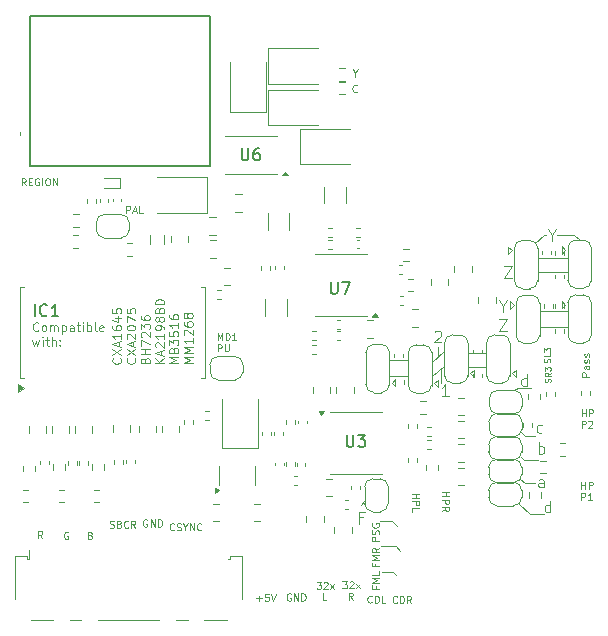
<source format=gbr>
%TF.GenerationSoftware,KiCad,Pcbnew,9.0.0*%
%TF.CreationDate,2025-11-19T20:28:36-08:00*%
%TF.ProjectId,MegaAV_CE,4d656761-4156-45f4-9345-2e6b69636164,rev?*%
%TF.SameCoordinates,Original*%
%TF.FileFunction,Legend,Top*%
%TF.FilePolarity,Positive*%
%FSLAX46Y46*%
G04 Gerber Fmt 4.6, Leading zero omitted, Abs format (unit mm)*
G04 Created by KiCad (PCBNEW 9.0.0) date 2025-11-19 20:28:36*
%MOMM*%
%LPD*%
G01*
G04 APERTURE LIST*
%ADD10C,0.100000*%
%ADD11C,0.101600*%
%ADD12C,0.093750*%
%ADD13C,0.125000*%
%ADD14C,0.150000*%
%ADD15C,0.120000*%
%ADD16C,0.127000*%
G04 APERTURE END LIST*
D10*
X201800000Y-122250000D02*
X203300000Y-122250000D01*
X214137474Y-110930025D02*
X214850000Y-110300000D01*
X212950000Y-127000000D02*
X213250000Y-127300000D01*
X201150000Y-138800000D02*
X202050000Y-138800000D01*
X217425000Y-110300000D02*
X215938509Y-110300000D01*
X205892351Y-120538776D02*
X205906745Y-119800000D01*
X212900000Y-129050000D02*
X213200000Y-129300000D01*
X201800000Y-120900000D02*
X203300000Y-120900000D01*
X214326812Y-113400000D02*
X216850000Y-113400000D01*
X212325000Y-123425000D02*
X212700000Y-123200000D01*
X209987812Y-121486182D02*
X208437812Y-121486182D01*
X214501586Y-118100000D02*
X216800000Y-118100000D01*
X205350000Y-122250000D02*
X206434703Y-121400902D01*
X209887246Y-120297070D02*
X208437246Y-120297070D01*
X214516034Y-116750000D02*
X216850000Y-116750000D01*
X213250000Y-127300000D02*
X214100000Y-127300000D01*
X201050000Y-136650000D02*
X202300000Y-136650000D01*
X212850000Y-130950000D02*
X213250000Y-131250000D01*
X212750000Y-133050000D02*
X213654802Y-133864322D01*
X212700000Y-123200000D02*
X213750000Y-123200000D01*
X206149999Y-121623766D02*
X206150000Y-122850000D01*
X213250000Y-131250000D02*
X214100000Y-131250000D01*
X202050000Y-138800000D02*
X202350000Y-139100000D01*
X199660000Y-132800000D02*
X199370000Y-133100000D01*
X214850000Y-110300000D02*
X215049989Y-110300000D01*
X200950000Y-134500000D02*
X202000000Y-134500000D01*
X202000000Y-134500000D02*
X202400000Y-134900000D01*
X205350000Y-121000000D02*
X206434703Y-120077552D01*
X217425000Y-110300000D02*
X217875000Y-110700000D01*
X213200000Y-129300000D02*
X214358144Y-129293381D01*
X202300000Y-136650000D02*
X202650000Y-137000000D01*
X214349285Y-112200000D02*
X216850000Y-112200000D01*
X213666134Y-133864322D02*
X214858137Y-133864322D01*
X218008646Y-131755405D02*
X218008646Y-131155405D01*
X218008646Y-131441119D02*
X218351503Y-131441119D01*
X218351503Y-131755405D02*
X218351503Y-131155405D01*
X218637217Y-131755405D02*
X218637217Y-131155405D01*
X218637217Y-131155405D02*
X218865788Y-131155405D01*
X218865788Y-131155405D02*
X218922931Y-131183976D01*
X218922931Y-131183976D02*
X218951502Y-131212548D01*
X218951502Y-131212548D02*
X218980074Y-131269691D01*
X218980074Y-131269691D02*
X218980074Y-131355405D01*
X218980074Y-131355405D02*
X218951502Y-131412548D01*
X218951502Y-131412548D02*
X218922931Y-131441119D01*
X218922931Y-131441119D02*
X218865788Y-131469691D01*
X218865788Y-131469691D02*
X218637217Y-131469691D01*
X218008646Y-132721371D02*
X218008646Y-132121371D01*
X218008646Y-132121371D02*
X218237217Y-132121371D01*
X218237217Y-132121371D02*
X218294360Y-132149942D01*
X218294360Y-132149942D02*
X218322931Y-132178514D01*
X218322931Y-132178514D02*
X218351503Y-132235657D01*
X218351503Y-132235657D02*
X218351503Y-132321371D01*
X218351503Y-132321371D02*
X218322931Y-132378514D01*
X218322931Y-132378514D02*
X218294360Y-132407085D01*
X218294360Y-132407085D02*
X218237217Y-132435657D01*
X218237217Y-132435657D02*
X218008646Y-132435657D01*
X218922931Y-132721371D02*
X218580074Y-132721371D01*
X218751503Y-132721371D02*
X218751503Y-132121371D01*
X218751503Y-132121371D02*
X218694360Y-132207085D01*
X218694360Y-132207085D02*
X218637217Y-132264228D01*
X218637217Y-132264228D02*
X218580074Y-132292800D01*
X181262713Y-134393686D02*
X181205571Y-134365115D01*
X181205571Y-134365115D02*
X181119856Y-134365115D01*
X181119856Y-134365115D02*
X181034142Y-134393686D01*
X181034142Y-134393686D02*
X180976999Y-134450829D01*
X180976999Y-134450829D02*
X180948428Y-134507972D01*
X180948428Y-134507972D02*
X180919856Y-134622258D01*
X180919856Y-134622258D02*
X180919856Y-134707972D01*
X180919856Y-134707972D02*
X180948428Y-134822258D01*
X180948428Y-134822258D02*
X180976999Y-134879401D01*
X180976999Y-134879401D02*
X181034142Y-134936544D01*
X181034142Y-134936544D02*
X181119856Y-134965115D01*
X181119856Y-134965115D02*
X181176999Y-134965115D01*
X181176999Y-134965115D02*
X181262713Y-134936544D01*
X181262713Y-134936544D02*
X181291285Y-134907972D01*
X181291285Y-134907972D02*
X181291285Y-134707972D01*
X181291285Y-134707972D02*
X181176999Y-134707972D01*
X181548428Y-134965115D02*
X181548428Y-134365115D01*
X181548428Y-134365115D02*
X181891285Y-134965115D01*
X181891285Y-134965115D02*
X181891285Y-134365115D01*
X182176999Y-134965115D02*
X182176999Y-134365115D01*
X182176999Y-134365115D02*
X182319856Y-134365115D01*
X182319856Y-134365115D02*
X182405570Y-134393686D01*
X182405570Y-134393686D02*
X182462713Y-134450829D01*
X182462713Y-134450829D02*
X182491284Y-134507972D01*
X182491284Y-134507972D02*
X182519856Y-134622258D01*
X182519856Y-134622258D02*
X182519856Y-134707972D01*
X182519856Y-134707972D02*
X182491284Y-134822258D01*
X182491284Y-134822258D02*
X182462713Y-134879401D01*
X182462713Y-134879401D02*
X182405570Y-134936544D01*
X182405570Y-134936544D02*
X182319856Y-134965115D01*
X182319856Y-134965115D02*
X182176999Y-134965115D01*
X187223846Y-119178073D02*
X187223846Y-118578073D01*
X187223846Y-118578073D02*
X187423846Y-119006644D01*
X187423846Y-119006644D02*
X187623846Y-118578073D01*
X187623846Y-118578073D02*
X187623846Y-119178073D01*
X187909560Y-119178073D02*
X187909560Y-118578073D01*
X187909560Y-118578073D02*
X188052417Y-118578073D01*
X188052417Y-118578073D02*
X188138131Y-118606644D01*
X188138131Y-118606644D02*
X188195274Y-118663787D01*
X188195274Y-118663787D02*
X188223845Y-118720930D01*
X188223845Y-118720930D02*
X188252417Y-118835216D01*
X188252417Y-118835216D02*
X188252417Y-118920930D01*
X188252417Y-118920930D02*
X188223845Y-119035216D01*
X188223845Y-119035216D02*
X188195274Y-119092359D01*
X188195274Y-119092359D02*
X188138131Y-119149502D01*
X188138131Y-119149502D02*
X188052417Y-119178073D01*
X188052417Y-119178073D02*
X187909560Y-119178073D01*
X188823845Y-119178073D02*
X188480988Y-119178073D01*
X188652417Y-119178073D02*
X188652417Y-118578073D01*
X188652417Y-118578073D02*
X188595274Y-118663787D01*
X188595274Y-118663787D02*
X188538131Y-118720930D01*
X188538131Y-118720930D02*
X188480988Y-118749502D01*
X187223846Y-120144039D02*
X187223846Y-119544039D01*
X187223846Y-119544039D02*
X187452417Y-119544039D01*
X187452417Y-119544039D02*
X187509560Y-119572610D01*
X187509560Y-119572610D02*
X187538131Y-119601182D01*
X187538131Y-119601182D02*
X187566703Y-119658325D01*
X187566703Y-119658325D02*
X187566703Y-119744039D01*
X187566703Y-119744039D02*
X187538131Y-119801182D01*
X187538131Y-119801182D02*
X187509560Y-119829753D01*
X187509560Y-119829753D02*
X187452417Y-119858325D01*
X187452417Y-119858325D02*
X187223846Y-119858325D01*
X187823846Y-119544039D02*
X187823846Y-120029753D01*
X187823846Y-120029753D02*
X187852417Y-120086896D01*
X187852417Y-120086896D02*
X187880989Y-120115468D01*
X187880989Y-120115468D02*
X187938131Y-120144039D01*
X187938131Y-120144039D02*
X188052417Y-120144039D01*
X188052417Y-120144039D02*
X188109560Y-120115468D01*
X188109560Y-120115468D02*
X188138131Y-120086896D01*
X188138131Y-120086896D02*
X188166703Y-120029753D01*
X188166703Y-120029753D02*
X188166703Y-119544039D01*
X199567217Y-134188609D02*
X199233884Y-134188609D01*
X199233884Y-134712419D02*
X199233884Y-133712419D01*
X199233884Y-133712419D02*
X199710074Y-133712419D01*
X195601503Y-139655405D02*
X195972931Y-139655405D01*
X195972931Y-139655405D02*
X195772931Y-139883976D01*
X195772931Y-139883976D02*
X195858646Y-139883976D01*
X195858646Y-139883976D02*
X195915789Y-139912548D01*
X195915789Y-139912548D02*
X195944360Y-139941119D01*
X195944360Y-139941119D02*
X195972931Y-139998262D01*
X195972931Y-139998262D02*
X195972931Y-140141119D01*
X195972931Y-140141119D02*
X195944360Y-140198262D01*
X195944360Y-140198262D02*
X195915789Y-140226834D01*
X195915789Y-140226834D02*
X195858646Y-140255405D01*
X195858646Y-140255405D02*
X195687217Y-140255405D01*
X195687217Y-140255405D02*
X195630074Y-140226834D01*
X195630074Y-140226834D02*
X195601503Y-140198262D01*
X196201503Y-139712548D02*
X196230075Y-139683976D01*
X196230075Y-139683976D02*
X196287218Y-139655405D01*
X196287218Y-139655405D02*
X196430075Y-139655405D01*
X196430075Y-139655405D02*
X196487218Y-139683976D01*
X196487218Y-139683976D02*
X196515789Y-139712548D01*
X196515789Y-139712548D02*
X196544360Y-139769691D01*
X196544360Y-139769691D02*
X196544360Y-139826834D01*
X196544360Y-139826834D02*
X196515789Y-139912548D01*
X196515789Y-139912548D02*
X196172932Y-140255405D01*
X196172932Y-140255405D02*
X196544360Y-140255405D01*
X196744361Y-140255405D02*
X197058647Y-139855405D01*
X196744361Y-139855405D02*
X197058647Y-140255405D01*
X196401503Y-141221371D02*
X196115789Y-141221371D01*
X196115789Y-141221371D02*
X196115789Y-140621371D01*
X179496316Y-108410126D02*
X179496316Y-107810126D01*
X179496316Y-107810126D02*
X179724887Y-107810126D01*
X179724887Y-107810126D02*
X179782030Y-107838697D01*
X179782030Y-107838697D02*
X179810601Y-107867269D01*
X179810601Y-107867269D02*
X179839173Y-107924412D01*
X179839173Y-107924412D02*
X179839173Y-108010126D01*
X179839173Y-108010126D02*
X179810601Y-108067269D01*
X179810601Y-108067269D02*
X179782030Y-108095840D01*
X179782030Y-108095840D02*
X179724887Y-108124412D01*
X179724887Y-108124412D02*
X179496316Y-108124412D01*
X180067744Y-108238697D02*
X180353459Y-108238697D01*
X180010601Y-108410126D02*
X180210601Y-107810126D01*
X180210601Y-107810126D02*
X180410601Y-108410126D01*
X180896316Y-108410126D02*
X180610602Y-108410126D01*
X180610602Y-108410126D02*
X180610602Y-107810126D01*
D11*
X218688479Y-122267619D02*
X218053479Y-122267619D01*
X218053479Y-122267619D02*
X218053479Y-122025714D01*
X218053479Y-122025714D02*
X218083717Y-121965238D01*
X218083717Y-121965238D02*
X218113955Y-121935000D01*
X218113955Y-121935000D02*
X218174431Y-121904762D01*
X218174431Y-121904762D02*
X218265145Y-121904762D01*
X218265145Y-121904762D02*
X218325621Y-121935000D01*
X218325621Y-121935000D02*
X218355860Y-121965238D01*
X218355860Y-121965238D02*
X218386098Y-122025714D01*
X218386098Y-122025714D02*
X218386098Y-122267619D01*
X218688479Y-121360476D02*
X218355860Y-121360476D01*
X218355860Y-121360476D02*
X218295383Y-121390714D01*
X218295383Y-121390714D02*
X218265145Y-121451190D01*
X218265145Y-121451190D02*
X218265145Y-121572143D01*
X218265145Y-121572143D02*
X218295383Y-121632619D01*
X218658241Y-121360476D02*
X218688479Y-121420952D01*
X218688479Y-121420952D02*
X218688479Y-121572143D01*
X218688479Y-121572143D02*
X218658241Y-121632619D01*
X218658241Y-121632619D02*
X218597764Y-121662857D01*
X218597764Y-121662857D02*
X218537288Y-121662857D01*
X218537288Y-121662857D02*
X218476812Y-121632619D01*
X218476812Y-121632619D02*
X218446574Y-121572143D01*
X218446574Y-121572143D02*
X218446574Y-121420952D01*
X218446574Y-121420952D02*
X218416336Y-121360476D01*
X218658241Y-121088333D02*
X218688479Y-121027857D01*
X218688479Y-121027857D02*
X218688479Y-120906905D01*
X218688479Y-120906905D02*
X218658241Y-120846428D01*
X218658241Y-120846428D02*
X218597764Y-120816190D01*
X218597764Y-120816190D02*
X218567526Y-120816190D01*
X218567526Y-120816190D02*
X218507050Y-120846428D01*
X218507050Y-120846428D02*
X218476812Y-120906905D01*
X218476812Y-120906905D02*
X218476812Y-120997619D01*
X218476812Y-120997619D02*
X218446574Y-121058095D01*
X218446574Y-121058095D02*
X218386098Y-121088333D01*
X218386098Y-121088333D02*
X218355860Y-121088333D01*
X218355860Y-121088333D02*
X218295383Y-121058095D01*
X218295383Y-121058095D02*
X218265145Y-120997619D01*
X218265145Y-120997619D02*
X218265145Y-120906905D01*
X218265145Y-120906905D02*
X218295383Y-120846428D01*
X218658241Y-120574285D02*
X218688479Y-120513809D01*
X218688479Y-120513809D02*
X218688479Y-120392857D01*
X218688479Y-120392857D02*
X218658241Y-120332380D01*
X218658241Y-120332380D02*
X218597764Y-120302142D01*
X218597764Y-120302142D02*
X218567526Y-120302142D01*
X218567526Y-120302142D02*
X218507050Y-120332380D01*
X218507050Y-120332380D02*
X218476812Y-120392857D01*
X218476812Y-120392857D02*
X218476812Y-120483571D01*
X218476812Y-120483571D02*
X218446574Y-120544047D01*
X218446574Y-120544047D02*
X218386098Y-120574285D01*
X218386098Y-120574285D02*
X218355860Y-120574285D01*
X218355860Y-120574285D02*
X218295383Y-120544047D01*
X218295383Y-120544047D02*
X218265145Y-120483571D01*
X218265145Y-120483571D02*
X218265145Y-120392857D01*
X218265145Y-120392857D02*
X218295383Y-120332380D01*
D10*
X214832455Y-131623305D02*
X214832455Y-131099495D01*
X214832455Y-131099495D02*
X214784836Y-131004257D01*
X214784836Y-131004257D02*
X214689598Y-130956638D01*
X214689598Y-130956638D02*
X214499122Y-130956638D01*
X214499122Y-130956638D02*
X214403884Y-131004257D01*
X214832455Y-131575686D02*
X214737217Y-131623305D01*
X214737217Y-131623305D02*
X214499122Y-131623305D01*
X214499122Y-131623305D02*
X214403884Y-131575686D01*
X214403884Y-131575686D02*
X214356265Y-131480447D01*
X214356265Y-131480447D02*
X214356265Y-131385209D01*
X214356265Y-131385209D02*
X214403884Y-131289971D01*
X214403884Y-131289971D02*
X214499122Y-131242352D01*
X214499122Y-131242352D02*
X214737217Y-131242352D01*
X214737217Y-131242352D02*
X214832455Y-131194733D01*
D12*
X178993908Y-120709308D02*
X179029623Y-120745022D01*
X179029623Y-120745022D02*
X179065337Y-120852165D01*
X179065337Y-120852165D02*
X179065337Y-120923593D01*
X179065337Y-120923593D02*
X179029623Y-121030736D01*
X179029623Y-121030736D02*
X178958194Y-121102165D01*
X178958194Y-121102165D02*
X178886765Y-121137879D01*
X178886765Y-121137879D02*
X178743908Y-121173593D01*
X178743908Y-121173593D02*
X178636765Y-121173593D01*
X178636765Y-121173593D02*
X178493908Y-121137879D01*
X178493908Y-121137879D02*
X178422480Y-121102165D01*
X178422480Y-121102165D02*
X178351051Y-121030736D01*
X178351051Y-121030736D02*
X178315337Y-120923593D01*
X178315337Y-120923593D02*
X178315337Y-120852165D01*
X178315337Y-120852165D02*
X178351051Y-120745022D01*
X178351051Y-120745022D02*
X178386765Y-120709308D01*
X178315337Y-120459308D02*
X179065337Y-119959308D01*
X178315337Y-119959308D02*
X179065337Y-120459308D01*
X178851051Y-119709307D02*
X178851051Y-119352165D01*
X179065337Y-119780736D02*
X178315337Y-119530736D01*
X178315337Y-119530736D02*
X179065337Y-119280736D01*
X179065337Y-118637879D02*
X179065337Y-119066450D01*
X179065337Y-118852165D02*
X178315337Y-118852165D01*
X178315337Y-118852165D02*
X178422480Y-118923593D01*
X178422480Y-118923593D02*
X178493908Y-118995022D01*
X178493908Y-118995022D02*
X178529623Y-119066450D01*
X178315337Y-117995022D02*
X178315337Y-118137879D01*
X178315337Y-118137879D02*
X178351051Y-118209307D01*
X178351051Y-118209307D02*
X178386765Y-118245022D01*
X178386765Y-118245022D02*
X178493908Y-118316450D01*
X178493908Y-118316450D02*
X178636765Y-118352164D01*
X178636765Y-118352164D02*
X178922480Y-118352164D01*
X178922480Y-118352164D02*
X178993908Y-118316450D01*
X178993908Y-118316450D02*
X179029623Y-118280736D01*
X179029623Y-118280736D02*
X179065337Y-118209307D01*
X179065337Y-118209307D02*
X179065337Y-118066450D01*
X179065337Y-118066450D02*
X179029623Y-117995022D01*
X179029623Y-117995022D02*
X178993908Y-117959307D01*
X178993908Y-117959307D02*
X178922480Y-117923593D01*
X178922480Y-117923593D02*
X178743908Y-117923593D01*
X178743908Y-117923593D02*
X178672480Y-117959307D01*
X178672480Y-117959307D02*
X178636765Y-117995022D01*
X178636765Y-117995022D02*
X178601051Y-118066450D01*
X178601051Y-118066450D02*
X178601051Y-118209307D01*
X178601051Y-118209307D02*
X178636765Y-118280736D01*
X178636765Y-118280736D02*
X178672480Y-118316450D01*
X178672480Y-118316450D02*
X178743908Y-118352164D01*
X178565337Y-117280736D02*
X179065337Y-117280736D01*
X178279623Y-117459307D02*
X178815337Y-117637878D01*
X178815337Y-117637878D02*
X178815337Y-117173593D01*
X178315337Y-116530735D02*
X178315337Y-116887878D01*
X178315337Y-116887878D02*
X178672480Y-116923592D01*
X178672480Y-116923592D02*
X178636765Y-116887878D01*
X178636765Y-116887878D02*
X178601051Y-116816450D01*
X178601051Y-116816450D02*
X178601051Y-116637878D01*
X178601051Y-116637878D02*
X178636765Y-116566450D01*
X178636765Y-116566450D02*
X178672480Y-116530735D01*
X178672480Y-116530735D02*
X178743908Y-116495021D01*
X178743908Y-116495021D02*
X178922480Y-116495021D01*
X178922480Y-116495021D02*
X178993908Y-116530735D01*
X178993908Y-116530735D02*
X179029623Y-116566450D01*
X179029623Y-116566450D02*
X179065337Y-116637878D01*
X179065337Y-116637878D02*
X179065337Y-116816450D01*
X179065337Y-116816450D02*
X179029623Y-116887878D01*
X179029623Y-116887878D02*
X178993908Y-116923592D01*
X180201366Y-120709308D02*
X180237081Y-120745022D01*
X180237081Y-120745022D02*
X180272795Y-120852165D01*
X180272795Y-120852165D02*
X180272795Y-120923593D01*
X180272795Y-120923593D02*
X180237081Y-121030736D01*
X180237081Y-121030736D02*
X180165652Y-121102165D01*
X180165652Y-121102165D02*
X180094223Y-121137879D01*
X180094223Y-121137879D02*
X179951366Y-121173593D01*
X179951366Y-121173593D02*
X179844223Y-121173593D01*
X179844223Y-121173593D02*
X179701366Y-121137879D01*
X179701366Y-121137879D02*
X179629938Y-121102165D01*
X179629938Y-121102165D02*
X179558509Y-121030736D01*
X179558509Y-121030736D02*
X179522795Y-120923593D01*
X179522795Y-120923593D02*
X179522795Y-120852165D01*
X179522795Y-120852165D02*
X179558509Y-120745022D01*
X179558509Y-120745022D02*
X179594223Y-120709308D01*
X179522795Y-120459308D02*
X180272795Y-119959308D01*
X179522795Y-119959308D02*
X180272795Y-120459308D01*
X180058509Y-119709307D02*
X180058509Y-119352165D01*
X180272795Y-119780736D02*
X179522795Y-119530736D01*
X179522795Y-119530736D02*
X180272795Y-119280736D01*
X179594223Y-119066450D02*
X179558509Y-119030736D01*
X179558509Y-119030736D02*
X179522795Y-118959308D01*
X179522795Y-118959308D02*
X179522795Y-118780736D01*
X179522795Y-118780736D02*
X179558509Y-118709308D01*
X179558509Y-118709308D02*
X179594223Y-118673593D01*
X179594223Y-118673593D02*
X179665652Y-118637879D01*
X179665652Y-118637879D02*
X179737081Y-118637879D01*
X179737081Y-118637879D02*
X179844223Y-118673593D01*
X179844223Y-118673593D02*
X180272795Y-119102165D01*
X180272795Y-119102165D02*
X180272795Y-118637879D01*
X179522795Y-118173593D02*
X179522795Y-118102164D01*
X179522795Y-118102164D02*
X179558509Y-118030736D01*
X179558509Y-118030736D02*
X179594223Y-117995022D01*
X179594223Y-117995022D02*
X179665652Y-117959307D01*
X179665652Y-117959307D02*
X179808509Y-117923593D01*
X179808509Y-117923593D02*
X179987081Y-117923593D01*
X179987081Y-117923593D02*
X180129938Y-117959307D01*
X180129938Y-117959307D02*
X180201366Y-117995022D01*
X180201366Y-117995022D02*
X180237081Y-118030736D01*
X180237081Y-118030736D02*
X180272795Y-118102164D01*
X180272795Y-118102164D02*
X180272795Y-118173593D01*
X180272795Y-118173593D02*
X180237081Y-118245022D01*
X180237081Y-118245022D02*
X180201366Y-118280736D01*
X180201366Y-118280736D02*
X180129938Y-118316450D01*
X180129938Y-118316450D02*
X179987081Y-118352164D01*
X179987081Y-118352164D02*
X179808509Y-118352164D01*
X179808509Y-118352164D02*
X179665652Y-118316450D01*
X179665652Y-118316450D02*
X179594223Y-118280736D01*
X179594223Y-118280736D02*
X179558509Y-118245022D01*
X179558509Y-118245022D02*
X179522795Y-118173593D01*
X179522795Y-117673593D02*
X179522795Y-117173593D01*
X179522795Y-117173593D02*
X180272795Y-117495021D01*
X179522795Y-116530735D02*
X179522795Y-116887878D01*
X179522795Y-116887878D02*
X179879938Y-116923592D01*
X179879938Y-116923592D02*
X179844223Y-116887878D01*
X179844223Y-116887878D02*
X179808509Y-116816450D01*
X179808509Y-116816450D02*
X179808509Y-116637878D01*
X179808509Y-116637878D02*
X179844223Y-116566450D01*
X179844223Y-116566450D02*
X179879938Y-116530735D01*
X179879938Y-116530735D02*
X179951366Y-116495021D01*
X179951366Y-116495021D02*
X180129938Y-116495021D01*
X180129938Y-116495021D02*
X180201366Y-116530735D01*
X180201366Y-116530735D02*
X180237081Y-116566450D01*
X180237081Y-116566450D02*
X180272795Y-116637878D01*
X180272795Y-116637878D02*
X180272795Y-116816450D01*
X180272795Y-116816450D02*
X180237081Y-116887878D01*
X180237081Y-116887878D02*
X180201366Y-116923592D01*
X181087396Y-120887879D02*
X181123110Y-120780736D01*
X181123110Y-120780736D02*
X181158824Y-120745022D01*
X181158824Y-120745022D02*
X181230253Y-120709308D01*
X181230253Y-120709308D02*
X181337396Y-120709308D01*
X181337396Y-120709308D02*
X181408824Y-120745022D01*
X181408824Y-120745022D02*
X181444539Y-120780736D01*
X181444539Y-120780736D02*
X181480253Y-120852165D01*
X181480253Y-120852165D02*
X181480253Y-121137879D01*
X181480253Y-121137879D02*
X180730253Y-121137879D01*
X180730253Y-121137879D02*
X180730253Y-120887879D01*
X180730253Y-120887879D02*
X180765967Y-120816451D01*
X180765967Y-120816451D02*
X180801681Y-120780736D01*
X180801681Y-120780736D02*
X180873110Y-120745022D01*
X180873110Y-120745022D02*
X180944539Y-120745022D01*
X180944539Y-120745022D02*
X181015967Y-120780736D01*
X181015967Y-120780736D02*
X181051681Y-120816451D01*
X181051681Y-120816451D02*
X181087396Y-120887879D01*
X181087396Y-120887879D02*
X181087396Y-121137879D01*
X181480253Y-120387879D02*
X180730253Y-120387879D01*
X181087396Y-120387879D02*
X181087396Y-119959308D01*
X181480253Y-119959308D02*
X180730253Y-119959308D01*
X180730253Y-119673594D02*
X180730253Y-119173594D01*
X180730253Y-119173594D02*
X181480253Y-119495022D01*
X180801681Y-118923593D02*
X180765967Y-118887879D01*
X180765967Y-118887879D02*
X180730253Y-118816451D01*
X180730253Y-118816451D02*
X180730253Y-118637879D01*
X180730253Y-118637879D02*
X180765967Y-118566451D01*
X180765967Y-118566451D02*
X180801681Y-118530736D01*
X180801681Y-118530736D02*
X180873110Y-118495022D01*
X180873110Y-118495022D02*
X180944539Y-118495022D01*
X180944539Y-118495022D02*
X181051681Y-118530736D01*
X181051681Y-118530736D02*
X181480253Y-118959308D01*
X181480253Y-118959308D02*
X181480253Y-118495022D01*
X180730253Y-118245022D02*
X180730253Y-117780736D01*
X180730253Y-117780736D02*
X181015967Y-118030736D01*
X181015967Y-118030736D02*
X181015967Y-117923593D01*
X181015967Y-117923593D02*
X181051681Y-117852165D01*
X181051681Y-117852165D02*
X181087396Y-117816450D01*
X181087396Y-117816450D02*
X181158824Y-117780736D01*
X181158824Y-117780736D02*
X181337396Y-117780736D01*
X181337396Y-117780736D02*
X181408824Y-117816450D01*
X181408824Y-117816450D02*
X181444539Y-117852165D01*
X181444539Y-117852165D02*
X181480253Y-117923593D01*
X181480253Y-117923593D02*
X181480253Y-118137879D01*
X181480253Y-118137879D02*
X181444539Y-118209307D01*
X181444539Y-118209307D02*
X181408824Y-118245022D01*
X180730253Y-117137879D02*
X180730253Y-117280736D01*
X180730253Y-117280736D02*
X180765967Y-117352164D01*
X180765967Y-117352164D02*
X180801681Y-117387879D01*
X180801681Y-117387879D02*
X180908824Y-117459307D01*
X180908824Y-117459307D02*
X181051681Y-117495021D01*
X181051681Y-117495021D02*
X181337396Y-117495021D01*
X181337396Y-117495021D02*
X181408824Y-117459307D01*
X181408824Y-117459307D02*
X181444539Y-117423593D01*
X181444539Y-117423593D02*
X181480253Y-117352164D01*
X181480253Y-117352164D02*
X181480253Y-117209307D01*
X181480253Y-117209307D02*
X181444539Y-117137879D01*
X181444539Y-117137879D02*
X181408824Y-117102164D01*
X181408824Y-117102164D02*
X181337396Y-117066450D01*
X181337396Y-117066450D02*
X181158824Y-117066450D01*
X181158824Y-117066450D02*
X181087396Y-117102164D01*
X181087396Y-117102164D02*
X181051681Y-117137879D01*
X181051681Y-117137879D02*
X181015967Y-117209307D01*
X181015967Y-117209307D02*
X181015967Y-117352164D01*
X181015967Y-117352164D02*
X181051681Y-117423593D01*
X181051681Y-117423593D02*
X181087396Y-117459307D01*
X181087396Y-117459307D02*
X181158824Y-117495021D01*
X182687711Y-121137879D02*
X181937711Y-121137879D01*
X182687711Y-120709308D02*
X182259139Y-121030736D01*
X181937711Y-120709308D02*
X182366282Y-121137879D01*
X182473425Y-120423593D02*
X182473425Y-120066451D01*
X182687711Y-120495022D02*
X181937711Y-120245022D01*
X181937711Y-120245022D02*
X182687711Y-119995022D01*
X182009139Y-119780736D02*
X181973425Y-119745022D01*
X181973425Y-119745022D02*
X181937711Y-119673594D01*
X181937711Y-119673594D02*
X181937711Y-119495022D01*
X181937711Y-119495022D02*
X181973425Y-119423594D01*
X181973425Y-119423594D02*
X182009139Y-119387879D01*
X182009139Y-119387879D02*
X182080568Y-119352165D01*
X182080568Y-119352165D02*
X182151997Y-119352165D01*
X182151997Y-119352165D02*
X182259139Y-119387879D01*
X182259139Y-119387879D02*
X182687711Y-119816451D01*
X182687711Y-119816451D02*
X182687711Y-119352165D01*
X182687711Y-118637879D02*
X182687711Y-119066450D01*
X182687711Y-118852165D02*
X181937711Y-118852165D01*
X181937711Y-118852165D02*
X182044854Y-118923593D01*
X182044854Y-118923593D02*
X182116282Y-118995022D01*
X182116282Y-118995022D02*
X182151997Y-119066450D01*
X182687711Y-118280736D02*
X182687711Y-118137879D01*
X182687711Y-118137879D02*
X182651997Y-118066450D01*
X182651997Y-118066450D02*
X182616282Y-118030736D01*
X182616282Y-118030736D02*
X182509139Y-117959307D01*
X182509139Y-117959307D02*
X182366282Y-117923593D01*
X182366282Y-117923593D02*
X182080568Y-117923593D01*
X182080568Y-117923593D02*
X182009139Y-117959307D01*
X182009139Y-117959307D02*
X181973425Y-117995022D01*
X181973425Y-117995022D02*
X181937711Y-118066450D01*
X181937711Y-118066450D02*
X181937711Y-118209307D01*
X181937711Y-118209307D02*
X181973425Y-118280736D01*
X181973425Y-118280736D02*
X182009139Y-118316450D01*
X182009139Y-118316450D02*
X182080568Y-118352164D01*
X182080568Y-118352164D02*
X182259139Y-118352164D01*
X182259139Y-118352164D02*
X182330568Y-118316450D01*
X182330568Y-118316450D02*
X182366282Y-118280736D01*
X182366282Y-118280736D02*
X182401997Y-118209307D01*
X182401997Y-118209307D02*
X182401997Y-118066450D01*
X182401997Y-118066450D02*
X182366282Y-117995022D01*
X182366282Y-117995022D02*
X182330568Y-117959307D01*
X182330568Y-117959307D02*
X182259139Y-117923593D01*
X182259139Y-117495021D02*
X182223425Y-117566450D01*
X182223425Y-117566450D02*
X182187711Y-117602164D01*
X182187711Y-117602164D02*
X182116282Y-117637878D01*
X182116282Y-117637878D02*
X182080568Y-117637878D01*
X182080568Y-117637878D02*
X182009139Y-117602164D01*
X182009139Y-117602164D02*
X181973425Y-117566450D01*
X181973425Y-117566450D02*
X181937711Y-117495021D01*
X181937711Y-117495021D02*
X181937711Y-117352164D01*
X181937711Y-117352164D02*
X181973425Y-117280736D01*
X181973425Y-117280736D02*
X182009139Y-117245021D01*
X182009139Y-117245021D02*
X182080568Y-117209307D01*
X182080568Y-117209307D02*
X182116282Y-117209307D01*
X182116282Y-117209307D02*
X182187711Y-117245021D01*
X182187711Y-117245021D02*
X182223425Y-117280736D01*
X182223425Y-117280736D02*
X182259139Y-117352164D01*
X182259139Y-117352164D02*
X182259139Y-117495021D01*
X182259139Y-117495021D02*
X182294854Y-117566450D01*
X182294854Y-117566450D02*
X182330568Y-117602164D01*
X182330568Y-117602164D02*
X182401997Y-117637878D01*
X182401997Y-117637878D02*
X182544854Y-117637878D01*
X182544854Y-117637878D02*
X182616282Y-117602164D01*
X182616282Y-117602164D02*
X182651997Y-117566450D01*
X182651997Y-117566450D02*
X182687711Y-117495021D01*
X182687711Y-117495021D02*
X182687711Y-117352164D01*
X182687711Y-117352164D02*
X182651997Y-117280736D01*
X182651997Y-117280736D02*
X182616282Y-117245021D01*
X182616282Y-117245021D02*
X182544854Y-117209307D01*
X182544854Y-117209307D02*
X182401997Y-117209307D01*
X182401997Y-117209307D02*
X182330568Y-117245021D01*
X182330568Y-117245021D02*
X182294854Y-117280736D01*
X182294854Y-117280736D02*
X182259139Y-117352164D01*
X182294854Y-116637878D02*
X182330568Y-116530735D01*
X182330568Y-116530735D02*
X182366282Y-116495021D01*
X182366282Y-116495021D02*
X182437711Y-116459307D01*
X182437711Y-116459307D02*
X182544854Y-116459307D01*
X182544854Y-116459307D02*
X182616282Y-116495021D01*
X182616282Y-116495021D02*
X182651997Y-116530735D01*
X182651997Y-116530735D02*
X182687711Y-116602164D01*
X182687711Y-116602164D02*
X182687711Y-116887878D01*
X182687711Y-116887878D02*
X181937711Y-116887878D01*
X181937711Y-116887878D02*
X181937711Y-116637878D01*
X181937711Y-116637878D02*
X181973425Y-116566450D01*
X181973425Y-116566450D02*
X182009139Y-116530735D01*
X182009139Y-116530735D02*
X182080568Y-116495021D01*
X182080568Y-116495021D02*
X182151997Y-116495021D01*
X182151997Y-116495021D02*
X182223425Y-116530735D01*
X182223425Y-116530735D02*
X182259139Y-116566450D01*
X182259139Y-116566450D02*
X182294854Y-116637878D01*
X182294854Y-116637878D02*
X182294854Y-116887878D01*
X182687711Y-116137878D02*
X181937711Y-116137878D01*
X181937711Y-116137878D02*
X181937711Y-115959307D01*
X181937711Y-115959307D02*
X181973425Y-115852164D01*
X181973425Y-115852164D02*
X182044854Y-115780735D01*
X182044854Y-115780735D02*
X182116282Y-115745021D01*
X182116282Y-115745021D02*
X182259139Y-115709307D01*
X182259139Y-115709307D02*
X182366282Y-115709307D01*
X182366282Y-115709307D02*
X182509139Y-115745021D01*
X182509139Y-115745021D02*
X182580568Y-115780735D01*
X182580568Y-115780735D02*
X182651997Y-115852164D01*
X182651997Y-115852164D02*
X182687711Y-115959307D01*
X182687711Y-115959307D02*
X182687711Y-116137878D01*
X183895169Y-121137879D02*
X183145169Y-121137879D01*
X183145169Y-121137879D02*
X183680883Y-120887879D01*
X183680883Y-120887879D02*
X183145169Y-120637879D01*
X183145169Y-120637879D02*
X183895169Y-120637879D01*
X183502312Y-120030736D02*
X183538026Y-119923593D01*
X183538026Y-119923593D02*
X183573740Y-119887879D01*
X183573740Y-119887879D02*
X183645169Y-119852165D01*
X183645169Y-119852165D02*
X183752312Y-119852165D01*
X183752312Y-119852165D02*
X183823740Y-119887879D01*
X183823740Y-119887879D02*
X183859455Y-119923593D01*
X183859455Y-119923593D02*
X183895169Y-119995022D01*
X183895169Y-119995022D02*
X183895169Y-120280736D01*
X183895169Y-120280736D02*
X183145169Y-120280736D01*
X183145169Y-120280736D02*
X183145169Y-120030736D01*
X183145169Y-120030736D02*
X183180883Y-119959308D01*
X183180883Y-119959308D02*
X183216597Y-119923593D01*
X183216597Y-119923593D02*
X183288026Y-119887879D01*
X183288026Y-119887879D02*
X183359455Y-119887879D01*
X183359455Y-119887879D02*
X183430883Y-119923593D01*
X183430883Y-119923593D02*
X183466597Y-119959308D01*
X183466597Y-119959308D02*
X183502312Y-120030736D01*
X183502312Y-120030736D02*
X183502312Y-120280736D01*
X183145169Y-119602165D02*
X183145169Y-119137879D01*
X183145169Y-119137879D02*
X183430883Y-119387879D01*
X183430883Y-119387879D02*
X183430883Y-119280736D01*
X183430883Y-119280736D02*
X183466597Y-119209308D01*
X183466597Y-119209308D02*
X183502312Y-119173593D01*
X183502312Y-119173593D02*
X183573740Y-119137879D01*
X183573740Y-119137879D02*
X183752312Y-119137879D01*
X183752312Y-119137879D02*
X183823740Y-119173593D01*
X183823740Y-119173593D02*
X183859455Y-119209308D01*
X183859455Y-119209308D02*
X183895169Y-119280736D01*
X183895169Y-119280736D02*
X183895169Y-119495022D01*
X183895169Y-119495022D02*
X183859455Y-119566450D01*
X183859455Y-119566450D02*
X183823740Y-119602165D01*
X183145169Y-118459307D02*
X183145169Y-118816450D01*
X183145169Y-118816450D02*
X183502312Y-118852164D01*
X183502312Y-118852164D02*
X183466597Y-118816450D01*
X183466597Y-118816450D02*
X183430883Y-118745022D01*
X183430883Y-118745022D02*
X183430883Y-118566450D01*
X183430883Y-118566450D02*
X183466597Y-118495022D01*
X183466597Y-118495022D02*
X183502312Y-118459307D01*
X183502312Y-118459307D02*
X183573740Y-118423593D01*
X183573740Y-118423593D02*
X183752312Y-118423593D01*
X183752312Y-118423593D02*
X183823740Y-118459307D01*
X183823740Y-118459307D02*
X183859455Y-118495022D01*
X183859455Y-118495022D02*
X183895169Y-118566450D01*
X183895169Y-118566450D02*
X183895169Y-118745022D01*
X183895169Y-118745022D02*
X183859455Y-118816450D01*
X183859455Y-118816450D02*
X183823740Y-118852164D01*
X183895169Y-117709307D02*
X183895169Y-118137878D01*
X183895169Y-117923593D02*
X183145169Y-117923593D01*
X183145169Y-117923593D02*
X183252312Y-117995021D01*
X183252312Y-117995021D02*
X183323740Y-118066450D01*
X183323740Y-118066450D02*
X183359455Y-118137878D01*
X183145169Y-117066450D02*
X183145169Y-117209307D01*
X183145169Y-117209307D02*
X183180883Y-117280735D01*
X183180883Y-117280735D02*
X183216597Y-117316450D01*
X183216597Y-117316450D02*
X183323740Y-117387878D01*
X183323740Y-117387878D02*
X183466597Y-117423592D01*
X183466597Y-117423592D02*
X183752312Y-117423592D01*
X183752312Y-117423592D02*
X183823740Y-117387878D01*
X183823740Y-117387878D02*
X183859455Y-117352164D01*
X183859455Y-117352164D02*
X183895169Y-117280735D01*
X183895169Y-117280735D02*
X183895169Y-117137878D01*
X183895169Y-117137878D02*
X183859455Y-117066450D01*
X183859455Y-117066450D02*
X183823740Y-117030735D01*
X183823740Y-117030735D02*
X183752312Y-116995021D01*
X183752312Y-116995021D02*
X183573740Y-116995021D01*
X183573740Y-116995021D02*
X183502312Y-117030735D01*
X183502312Y-117030735D02*
X183466597Y-117066450D01*
X183466597Y-117066450D02*
X183430883Y-117137878D01*
X183430883Y-117137878D02*
X183430883Y-117280735D01*
X183430883Y-117280735D02*
X183466597Y-117352164D01*
X183466597Y-117352164D02*
X183502312Y-117387878D01*
X183502312Y-117387878D02*
X183573740Y-117423592D01*
X185102627Y-121137879D02*
X184352627Y-121137879D01*
X184352627Y-121137879D02*
X184888341Y-120887879D01*
X184888341Y-120887879D02*
X184352627Y-120637879D01*
X184352627Y-120637879D02*
X185102627Y-120637879D01*
X185102627Y-120280736D02*
X184352627Y-120280736D01*
X184352627Y-120280736D02*
X184888341Y-120030736D01*
X184888341Y-120030736D02*
X184352627Y-119780736D01*
X184352627Y-119780736D02*
X185102627Y-119780736D01*
X185102627Y-119030736D02*
X185102627Y-119459307D01*
X185102627Y-119245022D02*
X184352627Y-119245022D01*
X184352627Y-119245022D02*
X184459770Y-119316450D01*
X184459770Y-119316450D02*
X184531198Y-119387879D01*
X184531198Y-119387879D02*
X184566913Y-119459307D01*
X184424055Y-118745021D02*
X184388341Y-118709307D01*
X184388341Y-118709307D02*
X184352627Y-118637879D01*
X184352627Y-118637879D02*
X184352627Y-118459307D01*
X184352627Y-118459307D02*
X184388341Y-118387879D01*
X184388341Y-118387879D02*
X184424055Y-118352164D01*
X184424055Y-118352164D02*
X184495484Y-118316450D01*
X184495484Y-118316450D02*
X184566913Y-118316450D01*
X184566913Y-118316450D02*
X184674055Y-118352164D01*
X184674055Y-118352164D02*
X185102627Y-118780736D01*
X185102627Y-118780736D02*
X185102627Y-118316450D01*
X184352627Y-117673593D02*
X184352627Y-117816450D01*
X184352627Y-117816450D02*
X184388341Y-117887878D01*
X184388341Y-117887878D02*
X184424055Y-117923593D01*
X184424055Y-117923593D02*
X184531198Y-117995021D01*
X184531198Y-117995021D02*
X184674055Y-118030735D01*
X184674055Y-118030735D02*
X184959770Y-118030735D01*
X184959770Y-118030735D02*
X185031198Y-117995021D01*
X185031198Y-117995021D02*
X185066913Y-117959307D01*
X185066913Y-117959307D02*
X185102627Y-117887878D01*
X185102627Y-117887878D02*
X185102627Y-117745021D01*
X185102627Y-117745021D02*
X185066913Y-117673593D01*
X185066913Y-117673593D02*
X185031198Y-117637878D01*
X185031198Y-117637878D02*
X184959770Y-117602164D01*
X184959770Y-117602164D02*
X184781198Y-117602164D01*
X184781198Y-117602164D02*
X184709770Y-117637878D01*
X184709770Y-117637878D02*
X184674055Y-117673593D01*
X184674055Y-117673593D02*
X184638341Y-117745021D01*
X184638341Y-117745021D02*
X184638341Y-117887878D01*
X184638341Y-117887878D02*
X184674055Y-117959307D01*
X184674055Y-117959307D02*
X184709770Y-117995021D01*
X184709770Y-117995021D02*
X184781198Y-118030735D01*
X184674055Y-117173592D02*
X184638341Y-117245021D01*
X184638341Y-117245021D02*
X184602627Y-117280735D01*
X184602627Y-117280735D02*
X184531198Y-117316449D01*
X184531198Y-117316449D02*
X184495484Y-117316449D01*
X184495484Y-117316449D02*
X184424055Y-117280735D01*
X184424055Y-117280735D02*
X184388341Y-117245021D01*
X184388341Y-117245021D02*
X184352627Y-117173592D01*
X184352627Y-117173592D02*
X184352627Y-117030735D01*
X184352627Y-117030735D02*
X184388341Y-116959307D01*
X184388341Y-116959307D02*
X184424055Y-116923592D01*
X184424055Y-116923592D02*
X184495484Y-116887878D01*
X184495484Y-116887878D02*
X184531198Y-116887878D01*
X184531198Y-116887878D02*
X184602627Y-116923592D01*
X184602627Y-116923592D02*
X184638341Y-116959307D01*
X184638341Y-116959307D02*
X184674055Y-117030735D01*
X184674055Y-117030735D02*
X184674055Y-117173592D01*
X184674055Y-117173592D02*
X184709770Y-117245021D01*
X184709770Y-117245021D02*
X184745484Y-117280735D01*
X184745484Y-117280735D02*
X184816913Y-117316449D01*
X184816913Y-117316449D02*
X184959770Y-117316449D01*
X184959770Y-117316449D02*
X185031198Y-117280735D01*
X185031198Y-117280735D02*
X185066913Y-117245021D01*
X185066913Y-117245021D02*
X185102627Y-117173592D01*
X185102627Y-117173592D02*
X185102627Y-117030735D01*
X185102627Y-117030735D02*
X185066913Y-116959307D01*
X185066913Y-116959307D02*
X185031198Y-116923592D01*
X185031198Y-116923592D02*
X184959770Y-116887878D01*
X184959770Y-116887878D02*
X184816913Y-116887878D01*
X184816913Y-116887878D02*
X184745484Y-116923592D01*
X184745484Y-116923592D02*
X184709770Y-116959307D01*
X184709770Y-116959307D02*
X184674055Y-117030735D01*
D11*
X199030785Y-98133938D02*
X199000547Y-98164177D01*
X199000547Y-98164177D02*
X198909833Y-98194415D01*
X198909833Y-98194415D02*
X198849357Y-98194415D01*
X198849357Y-98194415D02*
X198758642Y-98164177D01*
X198758642Y-98164177D02*
X198698166Y-98103700D01*
X198698166Y-98103700D02*
X198667928Y-98043224D01*
X198667928Y-98043224D02*
X198637690Y-97922272D01*
X198637690Y-97922272D02*
X198637690Y-97831557D01*
X198637690Y-97831557D02*
X198667928Y-97710605D01*
X198667928Y-97710605D02*
X198698166Y-97650129D01*
X198698166Y-97650129D02*
X198758642Y-97589653D01*
X198758642Y-97589653D02*
X198849357Y-97559415D01*
X198849357Y-97559415D02*
X198909833Y-97559415D01*
X198909833Y-97559415D02*
X199000547Y-97589653D01*
X199000547Y-97589653D02*
X199030785Y-97619891D01*
D13*
X214424378Y-128824114D02*
X214424378Y-127824114D01*
X214424378Y-128205066D02*
X214519616Y-128157447D01*
X214519616Y-128157447D02*
X214710092Y-128157447D01*
X214710092Y-128157447D02*
X214805330Y-128205066D01*
X214805330Y-128205066D02*
X214852949Y-128252685D01*
X214852949Y-128252685D02*
X214900568Y-128347923D01*
X214900568Y-128347923D02*
X214900568Y-128633637D01*
X214900568Y-128633637D02*
X214852949Y-128728875D01*
X214852949Y-128728875D02*
X214805330Y-128776495D01*
X214805330Y-128776495D02*
X214710092Y-128824114D01*
X214710092Y-128824114D02*
X214519616Y-128824114D01*
X214519616Y-128824114D02*
X214424378Y-128776495D01*
D10*
X176447052Y-135700932D02*
X176532766Y-135729504D01*
X176532766Y-135729504D02*
X176561337Y-135758075D01*
X176561337Y-135758075D02*
X176589909Y-135815218D01*
X176589909Y-135815218D02*
X176589909Y-135900932D01*
X176589909Y-135900932D02*
X176561337Y-135958075D01*
X176561337Y-135958075D02*
X176532766Y-135986647D01*
X176532766Y-135986647D02*
X176475623Y-136015218D01*
X176475623Y-136015218D02*
X176247052Y-136015218D01*
X176247052Y-136015218D02*
X176247052Y-135415218D01*
X176247052Y-135415218D02*
X176447052Y-135415218D01*
X176447052Y-135415218D02*
X176504195Y-135443789D01*
X176504195Y-135443789D02*
X176532766Y-135472361D01*
X176532766Y-135472361D02*
X176561337Y-135529504D01*
X176561337Y-135529504D02*
X176561337Y-135586647D01*
X176561337Y-135586647D02*
X176532766Y-135643789D01*
X176532766Y-135643789D02*
X176504195Y-135672361D01*
X176504195Y-135672361D02*
X176447052Y-135700932D01*
X176447052Y-135700932D02*
X176247052Y-135700932D01*
X218047416Y-125642385D02*
X218047416Y-125042385D01*
X218047416Y-125328099D02*
X218390273Y-125328099D01*
X218390273Y-125642385D02*
X218390273Y-125042385D01*
X218675987Y-125642385D02*
X218675987Y-125042385D01*
X218675987Y-125042385D02*
X218904558Y-125042385D01*
X218904558Y-125042385D02*
X218961701Y-125070956D01*
X218961701Y-125070956D02*
X218990272Y-125099528D01*
X218990272Y-125099528D02*
X219018844Y-125156671D01*
X219018844Y-125156671D02*
X219018844Y-125242385D01*
X219018844Y-125242385D02*
X218990272Y-125299528D01*
X218990272Y-125299528D02*
X218961701Y-125328099D01*
X218961701Y-125328099D02*
X218904558Y-125356671D01*
X218904558Y-125356671D02*
X218675987Y-125356671D01*
X218047416Y-126608351D02*
X218047416Y-126008351D01*
X218047416Y-126008351D02*
X218275987Y-126008351D01*
X218275987Y-126008351D02*
X218333130Y-126036922D01*
X218333130Y-126036922D02*
X218361701Y-126065494D01*
X218361701Y-126065494D02*
X218390273Y-126122637D01*
X218390273Y-126122637D02*
X218390273Y-126208351D01*
X218390273Y-126208351D02*
X218361701Y-126265494D01*
X218361701Y-126265494D02*
X218333130Y-126294065D01*
X218333130Y-126294065D02*
X218275987Y-126322637D01*
X218275987Y-126322637D02*
X218047416Y-126322637D01*
X218618844Y-126065494D02*
X218647416Y-126036922D01*
X218647416Y-126036922D02*
X218704559Y-126008351D01*
X218704559Y-126008351D02*
X218847416Y-126008351D01*
X218847416Y-126008351D02*
X218904559Y-126036922D01*
X218904559Y-126036922D02*
X218933130Y-126065494D01*
X218933130Y-126065494D02*
X218961701Y-126122637D01*
X218961701Y-126122637D02*
X218961701Y-126179780D01*
X218961701Y-126179780D02*
X218933130Y-126265494D01*
X218933130Y-126265494D02*
X218590273Y-126608351D01*
X218590273Y-126608351D02*
X218961701Y-126608351D01*
X214732455Y-126974800D02*
X214637217Y-127022419D01*
X214637217Y-127022419D02*
X214446741Y-127022419D01*
X214446741Y-127022419D02*
X214351503Y-126974800D01*
X214351503Y-126974800D02*
X214303884Y-126927180D01*
X214303884Y-126927180D02*
X214256265Y-126831942D01*
X214256265Y-126831942D02*
X214256265Y-126546228D01*
X214256265Y-126546228D02*
X214303884Y-126450990D01*
X214303884Y-126450990D02*
X214351503Y-126403371D01*
X214351503Y-126403371D02*
X214446741Y-126355752D01*
X214446741Y-126355752D02*
X214637217Y-126355752D01*
X214637217Y-126355752D02*
X214732455Y-126403371D01*
X211456160Y-112914591D02*
X212122826Y-112914591D01*
X212122826Y-112914591D02*
X211456160Y-113914591D01*
X211456160Y-113914591D02*
X212122826Y-113914591D01*
X200281503Y-141364228D02*
X200252931Y-141392800D01*
X200252931Y-141392800D02*
X200167217Y-141421371D01*
X200167217Y-141421371D02*
X200110074Y-141421371D01*
X200110074Y-141421371D02*
X200024360Y-141392800D01*
X200024360Y-141392800D02*
X199967217Y-141335657D01*
X199967217Y-141335657D02*
X199938646Y-141278514D01*
X199938646Y-141278514D02*
X199910074Y-141164228D01*
X199910074Y-141164228D02*
X199910074Y-141078514D01*
X199910074Y-141078514D02*
X199938646Y-140964228D01*
X199938646Y-140964228D02*
X199967217Y-140907085D01*
X199967217Y-140907085D02*
X200024360Y-140849942D01*
X200024360Y-140849942D02*
X200110074Y-140821371D01*
X200110074Y-140821371D02*
X200167217Y-140821371D01*
X200167217Y-140821371D02*
X200252931Y-140849942D01*
X200252931Y-140849942D02*
X200281503Y-140878514D01*
X200538646Y-141421371D02*
X200538646Y-140821371D01*
X200538646Y-140821371D02*
X200681503Y-140821371D01*
X200681503Y-140821371D02*
X200767217Y-140849942D01*
X200767217Y-140849942D02*
X200824360Y-140907085D01*
X200824360Y-140907085D02*
X200852931Y-140964228D01*
X200852931Y-140964228D02*
X200881503Y-141078514D01*
X200881503Y-141078514D02*
X200881503Y-141164228D01*
X200881503Y-141164228D02*
X200852931Y-141278514D01*
X200852931Y-141278514D02*
X200824360Y-141335657D01*
X200824360Y-141335657D02*
X200767217Y-141392800D01*
X200767217Y-141392800D02*
X200681503Y-141421371D01*
X200681503Y-141421371D02*
X200538646Y-141421371D01*
X201424360Y-141421371D02*
X201138646Y-141421371D01*
X201138646Y-141421371D02*
X201138646Y-140821371D01*
X174572362Y-135456225D02*
X174515220Y-135427654D01*
X174515220Y-135427654D02*
X174429505Y-135427654D01*
X174429505Y-135427654D02*
X174343791Y-135456225D01*
X174343791Y-135456225D02*
X174286648Y-135513368D01*
X174286648Y-135513368D02*
X174258077Y-135570511D01*
X174258077Y-135570511D02*
X174229505Y-135684797D01*
X174229505Y-135684797D02*
X174229505Y-135770511D01*
X174229505Y-135770511D02*
X174258077Y-135884797D01*
X174258077Y-135884797D02*
X174286648Y-135941940D01*
X174286648Y-135941940D02*
X174343791Y-135999083D01*
X174343791Y-135999083D02*
X174429505Y-136027654D01*
X174429505Y-136027654D02*
X174486648Y-136027654D01*
X174486648Y-136027654D02*
X174572362Y-135999083D01*
X174572362Y-135999083D02*
X174600934Y-135970511D01*
X174600934Y-135970511D02*
X174600934Y-135770511D01*
X174600934Y-135770511D02*
X174486648Y-135770511D01*
X178116847Y-135047922D02*
X178202562Y-135076493D01*
X178202562Y-135076493D02*
X178345419Y-135076493D01*
X178345419Y-135076493D02*
X178402562Y-135047922D01*
X178402562Y-135047922D02*
X178431133Y-135019350D01*
X178431133Y-135019350D02*
X178459704Y-134962207D01*
X178459704Y-134962207D02*
X178459704Y-134905064D01*
X178459704Y-134905064D02*
X178431133Y-134847922D01*
X178431133Y-134847922D02*
X178402562Y-134819350D01*
X178402562Y-134819350D02*
X178345419Y-134790779D01*
X178345419Y-134790779D02*
X178231133Y-134762207D01*
X178231133Y-134762207D02*
X178173990Y-134733636D01*
X178173990Y-134733636D02*
X178145419Y-134705064D01*
X178145419Y-134705064D02*
X178116847Y-134647922D01*
X178116847Y-134647922D02*
X178116847Y-134590779D01*
X178116847Y-134590779D02*
X178145419Y-134533636D01*
X178145419Y-134533636D02*
X178173990Y-134505064D01*
X178173990Y-134505064D02*
X178231133Y-134476493D01*
X178231133Y-134476493D02*
X178373990Y-134476493D01*
X178373990Y-134476493D02*
X178459704Y-134505064D01*
X178916848Y-134762207D02*
X179002562Y-134790779D01*
X179002562Y-134790779D02*
X179031133Y-134819350D01*
X179031133Y-134819350D02*
X179059705Y-134876493D01*
X179059705Y-134876493D02*
X179059705Y-134962207D01*
X179059705Y-134962207D02*
X179031133Y-135019350D01*
X179031133Y-135019350D02*
X179002562Y-135047922D01*
X179002562Y-135047922D02*
X178945419Y-135076493D01*
X178945419Y-135076493D02*
X178716848Y-135076493D01*
X178716848Y-135076493D02*
X178716848Y-134476493D01*
X178716848Y-134476493D02*
X178916848Y-134476493D01*
X178916848Y-134476493D02*
X178973991Y-134505064D01*
X178973991Y-134505064D02*
X179002562Y-134533636D01*
X179002562Y-134533636D02*
X179031133Y-134590779D01*
X179031133Y-134590779D02*
X179031133Y-134647922D01*
X179031133Y-134647922D02*
X179002562Y-134705064D01*
X179002562Y-134705064D02*
X178973991Y-134733636D01*
X178973991Y-134733636D02*
X178916848Y-134762207D01*
X178916848Y-134762207D02*
X178716848Y-134762207D01*
X179659705Y-135019350D02*
X179631133Y-135047922D01*
X179631133Y-135047922D02*
X179545419Y-135076493D01*
X179545419Y-135076493D02*
X179488276Y-135076493D01*
X179488276Y-135076493D02*
X179402562Y-135047922D01*
X179402562Y-135047922D02*
X179345419Y-134990779D01*
X179345419Y-134990779D02*
X179316848Y-134933636D01*
X179316848Y-134933636D02*
X179288276Y-134819350D01*
X179288276Y-134819350D02*
X179288276Y-134733636D01*
X179288276Y-134733636D02*
X179316848Y-134619350D01*
X179316848Y-134619350D02*
X179345419Y-134562207D01*
X179345419Y-134562207D02*
X179402562Y-134505064D01*
X179402562Y-134505064D02*
X179488276Y-134476493D01*
X179488276Y-134476493D02*
X179545419Y-134476493D01*
X179545419Y-134476493D02*
X179631133Y-134505064D01*
X179631133Y-134505064D02*
X179659705Y-134533636D01*
X180259705Y-135076493D02*
X180059705Y-134790779D01*
X179916848Y-135076493D02*
X179916848Y-134476493D01*
X179916848Y-134476493D02*
X180145419Y-134476493D01*
X180145419Y-134476493D02*
X180202562Y-134505064D01*
X180202562Y-134505064D02*
X180231133Y-134533636D01*
X180231133Y-134533636D02*
X180259705Y-134590779D01*
X180259705Y-134590779D02*
X180259705Y-134676493D01*
X180259705Y-134676493D02*
X180231133Y-134733636D01*
X180231133Y-134733636D02*
X180202562Y-134762207D01*
X180202562Y-134762207D02*
X180145419Y-134790779D01*
X180145419Y-134790779D02*
X179916848Y-134790779D01*
X172387335Y-135953039D02*
X172187335Y-135667325D01*
X172044478Y-135953039D02*
X172044478Y-135353039D01*
X172044478Y-135353039D02*
X172273049Y-135353039D01*
X172273049Y-135353039D02*
X172330192Y-135381610D01*
X172330192Y-135381610D02*
X172358763Y-135410182D01*
X172358763Y-135410182D02*
X172387335Y-135467325D01*
X172387335Y-135467325D02*
X172387335Y-135553039D01*
X172387335Y-135553039D02*
X172358763Y-135610182D01*
X172358763Y-135610182D02*
X172330192Y-135638753D01*
X172330192Y-135638753D02*
X172273049Y-135667325D01*
X172273049Y-135667325D02*
X172044478Y-135667325D01*
X215566019Y-110312700D02*
X215566019Y-110788891D01*
X215232686Y-109788891D02*
X215566019Y-110312700D01*
X215566019Y-110312700D02*
X215899352Y-109788891D01*
X205599557Y-118467309D02*
X205647176Y-118419690D01*
X205647176Y-118419690D02*
X205742414Y-118372071D01*
X205742414Y-118372071D02*
X205980509Y-118372071D01*
X205980509Y-118372071D02*
X206075747Y-118419690D01*
X206075747Y-118419690D02*
X206123366Y-118467309D01*
X206123366Y-118467309D02*
X206170985Y-118562547D01*
X206170985Y-118562547D02*
X206170985Y-118657785D01*
X206170985Y-118657785D02*
X206123366Y-118800642D01*
X206123366Y-118800642D02*
X205551938Y-119372071D01*
X205551938Y-119372071D02*
X206170985Y-119372071D01*
D12*
X172047409Y-118359021D02*
X172011695Y-118394736D01*
X172011695Y-118394736D02*
X171904552Y-118430450D01*
X171904552Y-118430450D02*
X171833124Y-118430450D01*
X171833124Y-118430450D02*
X171725981Y-118394736D01*
X171725981Y-118394736D02*
X171654552Y-118323307D01*
X171654552Y-118323307D02*
X171618838Y-118251878D01*
X171618838Y-118251878D02*
X171583124Y-118109021D01*
X171583124Y-118109021D02*
X171583124Y-118001878D01*
X171583124Y-118001878D02*
X171618838Y-117859021D01*
X171618838Y-117859021D02*
X171654552Y-117787593D01*
X171654552Y-117787593D02*
X171725981Y-117716164D01*
X171725981Y-117716164D02*
X171833124Y-117680450D01*
X171833124Y-117680450D02*
X171904552Y-117680450D01*
X171904552Y-117680450D02*
X172011695Y-117716164D01*
X172011695Y-117716164D02*
X172047409Y-117751878D01*
X172475981Y-118430450D02*
X172404552Y-118394736D01*
X172404552Y-118394736D02*
X172368838Y-118359021D01*
X172368838Y-118359021D02*
X172333124Y-118287593D01*
X172333124Y-118287593D02*
X172333124Y-118073307D01*
X172333124Y-118073307D02*
X172368838Y-118001878D01*
X172368838Y-118001878D02*
X172404552Y-117966164D01*
X172404552Y-117966164D02*
X172475981Y-117930450D01*
X172475981Y-117930450D02*
X172583124Y-117930450D01*
X172583124Y-117930450D02*
X172654552Y-117966164D01*
X172654552Y-117966164D02*
X172690267Y-118001878D01*
X172690267Y-118001878D02*
X172725981Y-118073307D01*
X172725981Y-118073307D02*
X172725981Y-118287593D01*
X172725981Y-118287593D02*
X172690267Y-118359021D01*
X172690267Y-118359021D02*
X172654552Y-118394736D01*
X172654552Y-118394736D02*
X172583124Y-118430450D01*
X172583124Y-118430450D02*
X172475981Y-118430450D01*
X173047409Y-118430450D02*
X173047409Y-117930450D01*
X173047409Y-118001878D02*
X173083123Y-117966164D01*
X173083123Y-117966164D02*
X173154552Y-117930450D01*
X173154552Y-117930450D02*
X173261695Y-117930450D01*
X173261695Y-117930450D02*
X173333123Y-117966164D01*
X173333123Y-117966164D02*
X173368838Y-118037593D01*
X173368838Y-118037593D02*
X173368838Y-118430450D01*
X173368838Y-118037593D02*
X173404552Y-117966164D01*
X173404552Y-117966164D02*
X173475980Y-117930450D01*
X173475980Y-117930450D02*
X173583123Y-117930450D01*
X173583123Y-117930450D02*
X173654552Y-117966164D01*
X173654552Y-117966164D02*
X173690266Y-118037593D01*
X173690266Y-118037593D02*
X173690266Y-118430450D01*
X174047409Y-117930450D02*
X174047409Y-118680450D01*
X174047409Y-117966164D02*
X174118838Y-117930450D01*
X174118838Y-117930450D02*
X174261695Y-117930450D01*
X174261695Y-117930450D02*
X174333123Y-117966164D01*
X174333123Y-117966164D02*
X174368838Y-118001878D01*
X174368838Y-118001878D02*
X174404552Y-118073307D01*
X174404552Y-118073307D02*
X174404552Y-118287593D01*
X174404552Y-118287593D02*
X174368838Y-118359021D01*
X174368838Y-118359021D02*
X174333123Y-118394736D01*
X174333123Y-118394736D02*
X174261695Y-118430450D01*
X174261695Y-118430450D02*
X174118838Y-118430450D01*
X174118838Y-118430450D02*
X174047409Y-118394736D01*
X175047409Y-118430450D02*
X175047409Y-118037593D01*
X175047409Y-118037593D02*
X175011694Y-117966164D01*
X175011694Y-117966164D02*
X174940266Y-117930450D01*
X174940266Y-117930450D02*
X174797409Y-117930450D01*
X174797409Y-117930450D02*
X174725980Y-117966164D01*
X175047409Y-118394736D02*
X174975980Y-118430450D01*
X174975980Y-118430450D02*
X174797409Y-118430450D01*
X174797409Y-118430450D02*
X174725980Y-118394736D01*
X174725980Y-118394736D02*
X174690266Y-118323307D01*
X174690266Y-118323307D02*
X174690266Y-118251878D01*
X174690266Y-118251878D02*
X174725980Y-118180450D01*
X174725980Y-118180450D02*
X174797409Y-118144736D01*
X174797409Y-118144736D02*
X174975980Y-118144736D01*
X174975980Y-118144736D02*
X175047409Y-118109021D01*
X175297408Y-117930450D02*
X175583122Y-117930450D01*
X175404551Y-117680450D02*
X175404551Y-118323307D01*
X175404551Y-118323307D02*
X175440265Y-118394736D01*
X175440265Y-118394736D02*
X175511694Y-118430450D01*
X175511694Y-118430450D02*
X175583122Y-118430450D01*
X175833122Y-118430450D02*
X175833122Y-117930450D01*
X175833122Y-117680450D02*
X175797408Y-117716164D01*
X175797408Y-117716164D02*
X175833122Y-117751878D01*
X175833122Y-117751878D02*
X175868836Y-117716164D01*
X175868836Y-117716164D02*
X175833122Y-117680450D01*
X175833122Y-117680450D02*
X175833122Y-117751878D01*
X176190265Y-118430450D02*
X176190265Y-117680450D01*
X176190265Y-117966164D02*
X176261694Y-117930450D01*
X176261694Y-117930450D02*
X176404551Y-117930450D01*
X176404551Y-117930450D02*
X176475979Y-117966164D01*
X176475979Y-117966164D02*
X176511694Y-118001878D01*
X176511694Y-118001878D02*
X176547408Y-118073307D01*
X176547408Y-118073307D02*
X176547408Y-118287593D01*
X176547408Y-118287593D02*
X176511694Y-118359021D01*
X176511694Y-118359021D02*
X176475979Y-118394736D01*
X176475979Y-118394736D02*
X176404551Y-118430450D01*
X176404551Y-118430450D02*
X176261694Y-118430450D01*
X176261694Y-118430450D02*
X176190265Y-118394736D01*
X176975979Y-118430450D02*
X176904550Y-118394736D01*
X176904550Y-118394736D02*
X176868836Y-118323307D01*
X176868836Y-118323307D02*
X176868836Y-117680450D01*
X177547407Y-118394736D02*
X177475979Y-118430450D01*
X177475979Y-118430450D02*
X177333122Y-118430450D01*
X177333122Y-118430450D02*
X177261693Y-118394736D01*
X177261693Y-118394736D02*
X177225979Y-118323307D01*
X177225979Y-118323307D02*
X177225979Y-118037593D01*
X177225979Y-118037593D02*
X177261693Y-117966164D01*
X177261693Y-117966164D02*
X177333122Y-117930450D01*
X177333122Y-117930450D02*
X177475979Y-117930450D01*
X177475979Y-117930450D02*
X177547407Y-117966164D01*
X177547407Y-117966164D02*
X177583122Y-118037593D01*
X177583122Y-118037593D02*
X177583122Y-118109021D01*
X177583122Y-118109021D02*
X177225979Y-118180450D01*
X171547409Y-119137908D02*
X171690267Y-119637908D01*
X171690267Y-119637908D02*
X171833124Y-119280765D01*
X171833124Y-119280765D02*
X171975981Y-119637908D01*
X171975981Y-119637908D02*
X172118838Y-119137908D01*
X172404552Y-119637908D02*
X172404552Y-119137908D01*
X172404552Y-118887908D02*
X172368838Y-118923622D01*
X172368838Y-118923622D02*
X172404552Y-118959336D01*
X172404552Y-118959336D02*
X172440266Y-118923622D01*
X172440266Y-118923622D02*
X172404552Y-118887908D01*
X172404552Y-118887908D02*
X172404552Y-118959336D01*
X172654552Y-119137908D02*
X172940266Y-119137908D01*
X172761695Y-118887908D02*
X172761695Y-119530765D01*
X172761695Y-119530765D02*
X172797409Y-119602194D01*
X172797409Y-119602194D02*
X172868838Y-119637908D01*
X172868838Y-119637908D02*
X172940266Y-119637908D01*
X173190266Y-119637908D02*
X173190266Y-118887908D01*
X173511695Y-119637908D02*
X173511695Y-119245051D01*
X173511695Y-119245051D02*
X173475980Y-119173622D01*
X173475980Y-119173622D02*
X173404552Y-119137908D01*
X173404552Y-119137908D02*
X173297409Y-119137908D01*
X173297409Y-119137908D02*
X173225980Y-119173622D01*
X173225980Y-119173622D02*
X173190266Y-119209336D01*
X173868837Y-119566479D02*
X173904551Y-119602194D01*
X173904551Y-119602194D02*
X173868837Y-119637908D01*
X173868837Y-119637908D02*
X173833123Y-119602194D01*
X173833123Y-119602194D02*
X173868837Y-119566479D01*
X173868837Y-119566479D02*
X173868837Y-119637908D01*
X173868837Y-119173622D02*
X173904551Y-119209336D01*
X173904551Y-119209336D02*
X173868837Y-119245051D01*
X173868837Y-119245051D02*
X173833123Y-119209336D01*
X173833123Y-119209336D02*
X173868837Y-119173622D01*
X173868837Y-119173622D02*
X173868837Y-119245051D01*
D10*
X183544108Y-135236114D02*
X183515536Y-135264686D01*
X183515536Y-135264686D02*
X183429822Y-135293257D01*
X183429822Y-135293257D02*
X183372679Y-135293257D01*
X183372679Y-135293257D02*
X183286965Y-135264686D01*
X183286965Y-135264686D02*
X183229822Y-135207543D01*
X183229822Y-135207543D02*
X183201251Y-135150400D01*
X183201251Y-135150400D02*
X183172679Y-135036114D01*
X183172679Y-135036114D02*
X183172679Y-134950400D01*
X183172679Y-134950400D02*
X183201251Y-134836114D01*
X183201251Y-134836114D02*
X183229822Y-134778971D01*
X183229822Y-134778971D02*
X183286965Y-134721828D01*
X183286965Y-134721828D02*
X183372679Y-134693257D01*
X183372679Y-134693257D02*
X183429822Y-134693257D01*
X183429822Y-134693257D02*
X183515536Y-134721828D01*
X183515536Y-134721828D02*
X183544108Y-134750400D01*
X183772679Y-135264686D02*
X183858394Y-135293257D01*
X183858394Y-135293257D02*
X184001251Y-135293257D01*
X184001251Y-135293257D02*
X184058394Y-135264686D01*
X184058394Y-135264686D02*
X184086965Y-135236114D01*
X184086965Y-135236114D02*
X184115536Y-135178971D01*
X184115536Y-135178971D02*
X184115536Y-135121828D01*
X184115536Y-135121828D02*
X184086965Y-135064686D01*
X184086965Y-135064686D02*
X184058394Y-135036114D01*
X184058394Y-135036114D02*
X184001251Y-135007543D01*
X184001251Y-135007543D02*
X183886965Y-134978971D01*
X183886965Y-134978971D02*
X183829822Y-134950400D01*
X183829822Y-134950400D02*
X183801251Y-134921828D01*
X183801251Y-134921828D02*
X183772679Y-134864686D01*
X183772679Y-134864686D02*
X183772679Y-134807543D01*
X183772679Y-134807543D02*
X183801251Y-134750400D01*
X183801251Y-134750400D02*
X183829822Y-134721828D01*
X183829822Y-134721828D02*
X183886965Y-134693257D01*
X183886965Y-134693257D02*
X184029822Y-134693257D01*
X184029822Y-134693257D02*
X184115536Y-134721828D01*
X184486965Y-135007543D02*
X184486965Y-135293257D01*
X184286965Y-134693257D02*
X184486965Y-135007543D01*
X184486965Y-135007543D02*
X184686965Y-134693257D01*
X184886966Y-135293257D02*
X184886966Y-134693257D01*
X184886966Y-134693257D02*
X185229823Y-135293257D01*
X185229823Y-135293257D02*
X185229823Y-134693257D01*
X185858394Y-135236114D02*
X185829822Y-135264686D01*
X185829822Y-135264686D02*
X185744108Y-135293257D01*
X185744108Y-135293257D02*
X185686965Y-135293257D01*
X185686965Y-135293257D02*
X185601251Y-135264686D01*
X185601251Y-135264686D02*
X185544108Y-135207543D01*
X185544108Y-135207543D02*
X185515537Y-135150400D01*
X185515537Y-135150400D02*
X185486965Y-135036114D01*
X185486965Y-135036114D02*
X185486965Y-134950400D01*
X185486965Y-134950400D02*
X185515537Y-134836114D01*
X185515537Y-134836114D02*
X185544108Y-134778971D01*
X185544108Y-134778971D02*
X185601251Y-134721828D01*
X185601251Y-134721828D02*
X185686965Y-134693257D01*
X185686965Y-134693257D02*
X185744108Y-134693257D01*
X185744108Y-134693257D02*
X185829822Y-134721828D01*
X185829822Y-134721828D02*
X185858394Y-134750400D01*
X206777178Y-123914603D02*
X206205750Y-123914603D01*
X206491464Y-123914603D02*
X206491464Y-122914603D01*
X206491464Y-122914603D02*
X206396226Y-123057460D01*
X206396226Y-123057460D02*
X206300988Y-123152698D01*
X206300988Y-123152698D02*
X206205750Y-123200317D01*
X193412931Y-140659942D02*
X193355789Y-140631371D01*
X193355789Y-140631371D02*
X193270074Y-140631371D01*
X193270074Y-140631371D02*
X193184360Y-140659942D01*
X193184360Y-140659942D02*
X193127217Y-140717085D01*
X193127217Y-140717085D02*
X193098646Y-140774228D01*
X193098646Y-140774228D02*
X193070074Y-140888514D01*
X193070074Y-140888514D02*
X193070074Y-140974228D01*
X193070074Y-140974228D02*
X193098646Y-141088514D01*
X193098646Y-141088514D02*
X193127217Y-141145657D01*
X193127217Y-141145657D02*
X193184360Y-141202800D01*
X193184360Y-141202800D02*
X193270074Y-141231371D01*
X193270074Y-141231371D02*
X193327217Y-141231371D01*
X193327217Y-141231371D02*
X193412931Y-141202800D01*
X193412931Y-141202800D02*
X193441503Y-141174228D01*
X193441503Y-141174228D02*
X193441503Y-140974228D01*
X193441503Y-140974228D02*
X193327217Y-140974228D01*
X193698646Y-141231371D02*
X193698646Y-140631371D01*
X193698646Y-140631371D02*
X194041503Y-141231371D01*
X194041503Y-141231371D02*
X194041503Y-140631371D01*
X194327217Y-141231371D02*
X194327217Y-140631371D01*
X194327217Y-140631371D02*
X194470074Y-140631371D01*
X194470074Y-140631371D02*
X194555788Y-140659942D01*
X194555788Y-140659942D02*
X194612931Y-140717085D01*
X194612931Y-140717085D02*
X194641502Y-140774228D01*
X194641502Y-140774228D02*
X194670074Y-140888514D01*
X194670074Y-140888514D02*
X194670074Y-140974228D01*
X194670074Y-140974228D02*
X194641502Y-141088514D01*
X194641502Y-141088514D02*
X194612931Y-141145657D01*
X194612931Y-141145657D02*
X194555788Y-141202800D01*
X194555788Y-141202800D02*
X194470074Y-141231371D01*
X194470074Y-141231371D02*
X194327217Y-141231371D01*
X200577085Y-138111353D02*
X200577085Y-138311353D01*
X200891371Y-138311353D02*
X200291371Y-138311353D01*
X200291371Y-138311353D02*
X200291371Y-138025639D01*
X200891371Y-137797067D02*
X200291371Y-137797067D01*
X200291371Y-137797067D02*
X200719942Y-137597067D01*
X200719942Y-137597067D02*
X200291371Y-137397067D01*
X200291371Y-137397067D02*
X200891371Y-137397067D01*
X200891371Y-136768496D02*
X200605657Y-136968496D01*
X200891371Y-137111353D02*
X200291371Y-137111353D01*
X200291371Y-137111353D02*
X200291371Y-136882782D01*
X200291371Y-136882782D02*
X200319942Y-136825639D01*
X200319942Y-136825639D02*
X200348514Y-136797068D01*
X200348514Y-136797068D02*
X200405657Y-136768496D01*
X200405657Y-136768496D02*
X200491371Y-136768496D01*
X200491371Y-136768496D02*
X200548514Y-136797068D01*
X200548514Y-136797068D02*
X200577085Y-136825639D01*
X200577085Y-136825639D02*
X200605657Y-136882782D01*
X200605657Y-136882782D02*
X200605657Y-137111353D01*
X213432455Y-123072419D02*
X213432455Y-122072419D01*
X213432455Y-123024800D02*
X213337217Y-123072419D01*
X213337217Y-123072419D02*
X213146741Y-123072419D01*
X213146741Y-123072419D02*
X213051503Y-123024800D01*
X213051503Y-123024800D02*
X213003884Y-122977180D01*
X213003884Y-122977180D02*
X212956265Y-122881942D01*
X212956265Y-122881942D02*
X212956265Y-122596228D01*
X212956265Y-122596228D02*
X213003884Y-122500990D01*
X213003884Y-122500990D02*
X213051503Y-122453371D01*
X213051503Y-122453371D02*
X213146741Y-122405752D01*
X213146741Y-122405752D02*
X213337217Y-122405752D01*
X213337217Y-122405752D02*
X213432455Y-122453371D01*
X206218628Y-132078646D02*
X206818628Y-132078646D01*
X206532914Y-132078646D02*
X206532914Y-132421503D01*
X206218628Y-132421503D02*
X206818628Y-132421503D01*
X206218628Y-132707217D02*
X206818628Y-132707217D01*
X206818628Y-132707217D02*
X206818628Y-132935788D01*
X206818628Y-132935788D02*
X206790057Y-132992931D01*
X206790057Y-132992931D02*
X206761485Y-133021502D01*
X206761485Y-133021502D02*
X206704342Y-133050074D01*
X206704342Y-133050074D02*
X206618628Y-133050074D01*
X206618628Y-133050074D02*
X206561485Y-133021502D01*
X206561485Y-133021502D02*
X206532914Y-132992931D01*
X206532914Y-132992931D02*
X206504342Y-132935788D01*
X206504342Y-132935788D02*
X206504342Y-132707217D01*
X206218628Y-133650074D02*
X206504342Y-133450074D01*
X206218628Y-133307217D02*
X206818628Y-133307217D01*
X206818628Y-133307217D02*
X206818628Y-133535788D01*
X206818628Y-133535788D02*
X206790057Y-133592931D01*
X206790057Y-133592931D02*
X206761485Y-133621502D01*
X206761485Y-133621502D02*
X206704342Y-133650074D01*
X206704342Y-133650074D02*
X206618628Y-133650074D01*
X206618628Y-133650074D02*
X206561485Y-133621502D01*
X206561485Y-133621502D02*
X206532914Y-133592931D01*
X206532914Y-133592931D02*
X206504342Y-133535788D01*
X206504342Y-133535788D02*
X206504342Y-133307217D01*
X197801503Y-139605405D02*
X198172931Y-139605405D01*
X198172931Y-139605405D02*
X197972931Y-139833976D01*
X197972931Y-139833976D02*
X198058646Y-139833976D01*
X198058646Y-139833976D02*
X198115789Y-139862548D01*
X198115789Y-139862548D02*
X198144360Y-139891119D01*
X198144360Y-139891119D02*
X198172931Y-139948262D01*
X198172931Y-139948262D02*
X198172931Y-140091119D01*
X198172931Y-140091119D02*
X198144360Y-140148262D01*
X198144360Y-140148262D02*
X198115789Y-140176834D01*
X198115789Y-140176834D02*
X198058646Y-140205405D01*
X198058646Y-140205405D02*
X197887217Y-140205405D01*
X197887217Y-140205405D02*
X197830074Y-140176834D01*
X197830074Y-140176834D02*
X197801503Y-140148262D01*
X198401503Y-139662548D02*
X198430075Y-139633976D01*
X198430075Y-139633976D02*
X198487218Y-139605405D01*
X198487218Y-139605405D02*
X198630075Y-139605405D01*
X198630075Y-139605405D02*
X198687218Y-139633976D01*
X198687218Y-139633976D02*
X198715789Y-139662548D01*
X198715789Y-139662548D02*
X198744360Y-139719691D01*
X198744360Y-139719691D02*
X198744360Y-139776834D01*
X198744360Y-139776834D02*
X198715789Y-139862548D01*
X198715789Y-139862548D02*
X198372932Y-140205405D01*
X198372932Y-140205405D02*
X198744360Y-140205405D01*
X198944361Y-140205405D02*
X199258647Y-139805405D01*
X198944361Y-139805405D02*
X199258647Y-140205405D01*
X198658646Y-141171371D02*
X198458646Y-140885657D01*
X198315789Y-141171371D02*
X198315789Y-140571371D01*
X198315789Y-140571371D02*
X198544360Y-140571371D01*
X198544360Y-140571371D02*
X198601503Y-140599942D01*
X198601503Y-140599942D02*
X198630074Y-140628514D01*
X198630074Y-140628514D02*
X198658646Y-140685657D01*
X198658646Y-140685657D02*
X198658646Y-140771371D01*
X198658646Y-140771371D02*
X198630074Y-140828514D01*
X198630074Y-140828514D02*
X198601503Y-140857085D01*
X198601503Y-140857085D02*
X198544360Y-140885657D01*
X198544360Y-140885657D02*
X198315789Y-140885657D01*
X211093153Y-117400628D02*
X211759819Y-117400628D01*
X211759819Y-117400628D02*
X211093153Y-118400628D01*
X211093153Y-118400628D02*
X211759819Y-118400628D01*
X190518646Y-141042800D02*
X190975789Y-141042800D01*
X190747217Y-141271371D02*
X190747217Y-140814228D01*
X191547217Y-140671371D02*
X191261503Y-140671371D01*
X191261503Y-140671371D02*
X191232931Y-140957085D01*
X191232931Y-140957085D02*
X191261503Y-140928514D01*
X191261503Y-140928514D02*
X191318646Y-140899942D01*
X191318646Y-140899942D02*
X191461503Y-140899942D01*
X191461503Y-140899942D02*
X191518646Y-140928514D01*
X191518646Y-140928514D02*
X191547217Y-140957085D01*
X191547217Y-140957085D02*
X191575788Y-141014228D01*
X191575788Y-141014228D02*
X191575788Y-141157085D01*
X191575788Y-141157085D02*
X191547217Y-141214228D01*
X191547217Y-141214228D02*
X191518646Y-141242800D01*
X191518646Y-141242800D02*
X191461503Y-141271371D01*
X191461503Y-141271371D02*
X191318646Y-141271371D01*
X191318646Y-141271371D02*
X191261503Y-141242800D01*
X191261503Y-141242800D02*
X191232931Y-141214228D01*
X191747217Y-140671371D02*
X191947217Y-141271371D01*
X191947217Y-141271371D02*
X192147217Y-140671371D01*
X202411503Y-141384228D02*
X202382931Y-141412800D01*
X202382931Y-141412800D02*
X202297217Y-141441371D01*
X202297217Y-141441371D02*
X202240074Y-141441371D01*
X202240074Y-141441371D02*
X202154360Y-141412800D01*
X202154360Y-141412800D02*
X202097217Y-141355657D01*
X202097217Y-141355657D02*
X202068646Y-141298514D01*
X202068646Y-141298514D02*
X202040074Y-141184228D01*
X202040074Y-141184228D02*
X202040074Y-141098514D01*
X202040074Y-141098514D02*
X202068646Y-140984228D01*
X202068646Y-140984228D02*
X202097217Y-140927085D01*
X202097217Y-140927085D02*
X202154360Y-140869942D01*
X202154360Y-140869942D02*
X202240074Y-140841371D01*
X202240074Y-140841371D02*
X202297217Y-140841371D01*
X202297217Y-140841371D02*
X202382931Y-140869942D01*
X202382931Y-140869942D02*
X202411503Y-140898514D01*
X202668646Y-141441371D02*
X202668646Y-140841371D01*
X202668646Y-140841371D02*
X202811503Y-140841371D01*
X202811503Y-140841371D02*
X202897217Y-140869942D01*
X202897217Y-140869942D02*
X202954360Y-140927085D01*
X202954360Y-140927085D02*
X202982931Y-140984228D01*
X202982931Y-140984228D02*
X203011503Y-141098514D01*
X203011503Y-141098514D02*
X203011503Y-141184228D01*
X203011503Y-141184228D02*
X202982931Y-141298514D01*
X202982931Y-141298514D02*
X202954360Y-141355657D01*
X202954360Y-141355657D02*
X202897217Y-141412800D01*
X202897217Y-141412800D02*
X202811503Y-141441371D01*
X202811503Y-141441371D02*
X202668646Y-141441371D01*
X203611503Y-141441371D02*
X203411503Y-141155657D01*
X203268646Y-141441371D02*
X203268646Y-140841371D01*
X203268646Y-140841371D02*
X203497217Y-140841371D01*
X203497217Y-140841371D02*
X203554360Y-140869942D01*
X203554360Y-140869942D02*
X203582931Y-140898514D01*
X203582931Y-140898514D02*
X203611503Y-140955657D01*
X203611503Y-140955657D02*
X203611503Y-141041371D01*
X203611503Y-141041371D02*
X203582931Y-141098514D01*
X203582931Y-141098514D02*
X203554360Y-141127085D01*
X203554360Y-141127085D02*
X203497217Y-141155657D01*
X203497217Y-141155657D02*
X203268646Y-141155657D01*
X200881371Y-136191353D02*
X200281371Y-136191353D01*
X200281371Y-136191353D02*
X200281371Y-135962782D01*
X200281371Y-135962782D02*
X200309942Y-135905639D01*
X200309942Y-135905639D02*
X200338514Y-135877068D01*
X200338514Y-135877068D02*
X200395657Y-135848496D01*
X200395657Y-135848496D02*
X200481371Y-135848496D01*
X200481371Y-135848496D02*
X200538514Y-135877068D01*
X200538514Y-135877068D02*
X200567085Y-135905639D01*
X200567085Y-135905639D02*
X200595657Y-135962782D01*
X200595657Y-135962782D02*
X200595657Y-136191353D01*
X200852800Y-135619925D02*
X200881371Y-135534211D01*
X200881371Y-135534211D02*
X200881371Y-135391353D01*
X200881371Y-135391353D02*
X200852800Y-135334211D01*
X200852800Y-135334211D02*
X200824228Y-135305639D01*
X200824228Y-135305639D02*
X200767085Y-135277068D01*
X200767085Y-135277068D02*
X200709942Y-135277068D01*
X200709942Y-135277068D02*
X200652800Y-135305639D01*
X200652800Y-135305639D02*
X200624228Y-135334211D01*
X200624228Y-135334211D02*
X200595657Y-135391353D01*
X200595657Y-135391353D02*
X200567085Y-135505639D01*
X200567085Y-135505639D02*
X200538514Y-135562782D01*
X200538514Y-135562782D02*
X200509942Y-135591353D01*
X200509942Y-135591353D02*
X200452800Y-135619925D01*
X200452800Y-135619925D02*
X200395657Y-135619925D01*
X200395657Y-135619925D02*
X200338514Y-135591353D01*
X200338514Y-135591353D02*
X200309942Y-135562782D01*
X200309942Y-135562782D02*
X200281371Y-135505639D01*
X200281371Y-135505639D02*
X200281371Y-135362782D01*
X200281371Y-135362782D02*
X200309942Y-135277068D01*
X200309942Y-134705639D02*
X200281371Y-134762782D01*
X200281371Y-134762782D02*
X200281371Y-134848496D01*
X200281371Y-134848496D02*
X200309942Y-134934210D01*
X200309942Y-134934210D02*
X200367085Y-134991353D01*
X200367085Y-134991353D02*
X200424228Y-135019924D01*
X200424228Y-135019924D02*
X200538514Y-135048496D01*
X200538514Y-135048496D02*
X200624228Y-135048496D01*
X200624228Y-135048496D02*
X200738514Y-135019924D01*
X200738514Y-135019924D02*
X200795657Y-134991353D01*
X200795657Y-134991353D02*
X200852800Y-134934210D01*
X200852800Y-134934210D02*
X200881371Y-134848496D01*
X200881371Y-134848496D02*
X200881371Y-134791353D01*
X200881371Y-134791353D02*
X200852800Y-134705639D01*
X200852800Y-134705639D02*
X200824228Y-134677067D01*
X200824228Y-134677067D02*
X200624228Y-134677067D01*
X200624228Y-134677067D02*
X200624228Y-134791353D01*
X215395042Y-133771617D02*
X215395042Y-132771617D01*
X215395042Y-133723998D02*
X215299804Y-133771617D01*
X215299804Y-133771617D02*
X215109328Y-133771617D01*
X215109328Y-133771617D02*
X215014090Y-133723998D01*
X215014090Y-133723998D02*
X214966471Y-133676378D01*
X214966471Y-133676378D02*
X214918852Y-133581140D01*
X214918852Y-133581140D02*
X214918852Y-133295426D01*
X214918852Y-133295426D02*
X214966471Y-133200188D01*
X214966471Y-133200188D02*
X215014090Y-133152569D01*
X215014090Y-133152569D02*
X215109328Y-133104950D01*
X215109328Y-133104950D02*
X215299804Y-133104950D01*
X215299804Y-133104950D02*
X215395042Y-133152569D01*
X211418597Y-116288259D02*
X211418597Y-116764450D01*
X211085264Y-115764450D02*
X211418597Y-116288259D01*
X211418597Y-116288259D02*
X211751930Y-115764450D01*
X200607085Y-140041353D02*
X200607085Y-140241353D01*
X200921371Y-140241353D02*
X200321371Y-140241353D01*
X200321371Y-140241353D02*
X200321371Y-139955639D01*
X200921371Y-139727067D02*
X200321371Y-139727067D01*
X200321371Y-139727067D02*
X200749942Y-139527067D01*
X200749942Y-139527067D02*
X200321371Y-139327067D01*
X200321371Y-139327067D02*
X200921371Y-139327067D01*
X200921371Y-138755639D02*
X200921371Y-139041353D01*
X200921371Y-139041353D02*
X200321371Y-139041353D01*
X203698628Y-132188646D02*
X204298628Y-132188646D01*
X204012914Y-132188646D02*
X204012914Y-132531503D01*
X203698628Y-132531503D02*
X204298628Y-132531503D01*
X203698628Y-132817217D02*
X204298628Y-132817217D01*
X204298628Y-132817217D02*
X204298628Y-133045788D01*
X204298628Y-133045788D02*
X204270057Y-133102931D01*
X204270057Y-133102931D02*
X204241485Y-133131502D01*
X204241485Y-133131502D02*
X204184342Y-133160074D01*
X204184342Y-133160074D02*
X204098628Y-133160074D01*
X204098628Y-133160074D02*
X204041485Y-133131502D01*
X204041485Y-133131502D02*
X204012914Y-133102931D01*
X204012914Y-133102931D02*
X203984342Y-133045788D01*
X203984342Y-133045788D02*
X203984342Y-132817217D01*
X203698628Y-133702931D02*
X203698628Y-133417217D01*
X203698628Y-133417217D02*
X204298628Y-133417217D01*
D11*
X198888984Y-96564623D02*
X198888984Y-96867004D01*
X198677318Y-96232004D02*
X198888984Y-96564623D01*
X198888984Y-96564623D02*
X199100651Y-96232004D01*
D10*
X170978640Y-106083911D02*
X170778640Y-105798197D01*
X170635783Y-106083911D02*
X170635783Y-105483911D01*
X170635783Y-105483911D02*
X170864354Y-105483911D01*
X170864354Y-105483911D02*
X170921497Y-105512482D01*
X170921497Y-105512482D02*
X170950068Y-105541054D01*
X170950068Y-105541054D02*
X170978640Y-105598197D01*
X170978640Y-105598197D02*
X170978640Y-105683911D01*
X170978640Y-105683911D02*
X170950068Y-105741054D01*
X170950068Y-105741054D02*
X170921497Y-105769625D01*
X170921497Y-105769625D02*
X170864354Y-105798197D01*
X170864354Y-105798197D02*
X170635783Y-105798197D01*
X171235783Y-105769625D02*
X171435783Y-105769625D01*
X171521497Y-106083911D02*
X171235783Y-106083911D01*
X171235783Y-106083911D02*
X171235783Y-105483911D01*
X171235783Y-105483911D02*
X171521497Y-105483911D01*
X172092925Y-105512482D02*
X172035783Y-105483911D01*
X172035783Y-105483911D02*
X171950068Y-105483911D01*
X171950068Y-105483911D02*
X171864354Y-105512482D01*
X171864354Y-105512482D02*
X171807211Y-105569625D01*
X171807211Y-105569625D02*
X171778640Y-105626768D01*
X171778640Y-105626768D02*
X171750068Y-105741054D01*
X171750068Y-105741054D02*
X171750068Y-105826768D01*
X171750068Y-105826768D02*
X171778640Y-105941054D01*
X171778640Y-105941054D02*
X171807211Y-105998197D01*
X171807211Y-105998197D02*
X171864354Y-106055340D01*
X171864354Y-106055340D02*
X171950068Y-106083911D01*
X171950068Y-106083911D02*
X172007211Y-106083911D01*
X172007211Y-106083911D02*
X172092925Y-106055340D01*
X172092925Y-106055340D02*
X172121497Y-106026768D01*
X172121497Y-106026768D02*
X172121497Y-105826768D01*
X172121497Y-105826768D02*
X172007211Y-105826768D01*
X172378640Y-106083911D02*
X172378640Y-105483911D01*
X172778639Y-105483911D02*
X172892925Y-105483911D01*
X172892925Y-105483911D02*
X172950068Y-105512482D01*
X172950068Y-105512482D02*
X173007211Y-105569625D01*
X173007211Y-105569625D02*
X173035782Y-105683911D01*
X173035782Y-105683911D02*
X173035782Y-105883911D01*
X173035782Y-105883911D02*
X173007211Y-105998197D01*
X173007211Y-105998197D02*
X172950068Y-106055340D01*
X172950068Y-106055340D02*
X172892925Y-106083911D01*
X172892925Y-106083911D02*
X172778639Y-106083911D01*
X172778639Y-106083911D02*
X172721497Y-106055340D01*
X172721497Y-106055340D02*
X172664354Y-105998197D01*
X172664354Y-105998197D02*
X172635782Y-105883911D01*
X172635782Y-105883911D02*
X172635782Y-105683911D01*
X172635782Y-105683911D02*
X172664354Y-105569625D01*
X172664354Y-105569625D02*
X172721497Y-105512482D01*
X172721497Y-105512482D02*
X172778639Y-105483911D01*
X173292925Y-106083911D02*
X173292925Y-105483911D01*
X173292925Y-105483911D02*
X173635782Y-106083911D01*
X173635782Y-106083911D02*
X173635782Y-105483911D01*
D14*
X196820931Y-114254819D02*
X196820931Y-115064342D01*
X196820931Y-115064342D02*
X196868550Y-115159580D01*
X196868550Y-115159580D02*
X196916169Y-115207200D01*
X196916169Y-115207200D02*
X197011407Y-115254819D01*
X197011407Y-115254819D02*
X197201883Y-115254819D01*
X197201883Y-115254819D02*
X197297121Y-115207200D01*
X197297121Y-115207200D02*
X197344740Y-115159580D01*
X197344740Y-115159580D02*
X197392359Y-115064342D01*
X197392359Y-115064342D02*
X197392359Y-114254819D01*
X197773312Y-114254819D02*
X198439978Y-114254819D01*
X198439978Y-114254819D02*
X198011407Y-115254819D01*
D11*
X215405536Y-122741048D02*
X215429726Y-122668476D01*
X215429726Y-122668476D02*
X215429726Y-122547524D01*
X215429726Y-122547524D02*
X215405536Y-122499143D01*
X215405536Y-122499143D02*
X215381345Y-122474952D01*
X215381345Y-122474952D02*
X215332964Y-122450762D01*
X215332964Y-122450762D02*
X215284583Y-122450762D01*
X215284583Y-122450762D02*
X215236202Y-122474952D01*
X215236202Y-122474952D02*
X215212012Y-122499143D01*
X215212012Y-122499143D02*
X215187821Y-122547524D01*
X215187821Y-122547524D02*
X215163631Y-122644286D01*
X215163631Y-122644286D02*
X215139440Y-122692667D01*
X215139440Y-122692667D02*
X215115250Y-122716857D01*
X215115250Y-122716857D02*
X215066869Y-122741048D01*
X215066869Y-122741048D02*
X215018488Y-122741048D01*
X215018488Y-122741048D02*
X214970107Y-122716857D01*
X214970107Y-122716857D02*
X214945916Y-122692667D01*
X214945916Y-122692667D02*
X214921726Y-122644286D01*
X214921726Y-122644286D02*
X214921726Y-122523333D01*
X214921726Y-122523333D02*
X214945916Y-122450762D01*
X215429726Y-121942761D02*
X215187821Y-122112095D01*
X215429726Y-122233047D02*
X214921726Y-122233047D01*
X214921726Y-122233047D02*
X214921726Y-122039523D01*
X214921726Y-122039523D02*
X214945916Y-121991142D01*
X214945916Y-121991142D02*
X214970107Y-121966952D01*
X214970107Y-121966952D02*
X215018488Y-121942761D01*
X215018488Y-121942761D02*
X215091059Y-121942761D01*
X215091059Y-121942761D02*
X215139440Y-121966952D01*
X215139440Y-121966952D02*
X215163631Y-121991142D01*
X215163631Y-121991142D02*
X215187821Y-122039523D01*
X215187821Y-122039523D02*
X215187821Y-122233047D01*
X214921726Y-121773428D02*
X214921726Y-121458952D01*
X214921726Y-121458952D02*
X215115250Y-121628285D01*
X215115250Y-121628285D02*
X215115250Y-121555714D01*
X215115250Y-121555714D02*
X215139440Y-121507333D01*
X215139440Y-121507333D02*
X215163631Y-121483142D01*
X215163631Y-121483142D02*
X215212012Y-121458952D01*
X215212012Y-121458952D02*
X215332964Y-121458952D01*
X215332964Y-121458952D02*
X215381345Y-121483142D01*
X215381345Y-121483142D02*
X215405536Y-121507333D01*
X215405536Y-121507333D02*
X215429726Y-121555714D01*
X215429726Y-121555714D02*
X215429726Y-121700857D01*
X215429726Y-121700857D02*
X215405536Y-121749238D01*
X215405536Y-121749238D02*
X215381345Y-121773428D01*
D14*
X198158095Y-127204819D02*
X198158095Y-128014342D01*
X198158095Y-128014342D02*
X198205714Y-128109580D01*
X198205714Y-128109580D02*
X198253333Y-128157200D01*
X198253333Y-128157200D02*
X198348571Y-128204819D01*
X198348571Y-128204819D02*
X198539047Y-128204819D01*
X198539047Y-128204819D02*
X198634285Y-128157200D01*
X198634285Y-128157200D02*
X198681904Y-128109580D01*
X198681904Y-128109580D02*
X198729523Y-128014342D01*
X198729523Y-128014342D02*
X198729523Y-127204819D01*
X199110476Y-127204819D02*
X199729523Y-127204819D01*
X199729523Y-127204819D02*
X199396190Y-127585771D01*
X199396190Y-127585771D02*
X199539047Y-127585771D01*
X199539047Y-127585771D02*
X199634285Y-127633390D01*
X199634285Y-127633390D02*
X199681904Y-127681009D01*
X199681904Y-127681009D02*
X199729523Y-127776247D01*
X199729523Y-127776247D02*
X199729523Y-128014342D01*
X199729523Y-128014342D02*
X199681904Y-128109580D01*
X199681904Y-128109580D02*
X199634285Y-128157200D01*
X199634285Y-128157200D02*
X199539047Y-128204819D01*
X199539047Y-128204819D02*
X199253333Y-128204819D01*
X199253333Y-128204819D02*
X199158095Y-128157200D01*
X199158095Y-128157200D02*
X199110476Y-128109580D01*
D11*
X215355536Y-121042667D02*
X215379726Y-120970095D01*
X215379726Y-120970095D02*
X215379726Y-120849143D01*
X215379726Y-120849143D02*
X215355536Y-120800762D01*
X215355536Y-120800762D02*
X215331345Y-120776571D01*
X215331345Y-120776571D02*
X215282964Y-120752381D01*
X215282964Y-120752381D02*
X215234583Y-120752381D01*
X215234583Y-120752381D02*
X215186202Y-120776571D01*
X215186202Y-120776571D02*
X215162012Y-120800762D01*
X215162012Y-120800762D02*
X215137821Y-120849143D01*
X215137821Y-120849143D02*
X215113631Y-120945905D01*
X215113631Y-120945905D02*
X215089440Y-120994286D01*
X215089440Y-120994286D02*
X215065250Y-121018476D01*
X215065250Y-121018476D02*
X215016869Y-121042667D01*
X215016869Y-121042667D02*
X214968488Y-121042667D01*
X214968488Y-121042667D02*
X214920107Y-121018476D01*
X214920107Y-121018476D02*
X214895916Y-120994286D01*
X214895916Y-120994286D02*
X214871726Y-120945905D01*
X214871726Y-120945905D02*
X214871726Y-120824952D01*
X214871726Y-120824952D02*
X214895916Y-120752381D01*
X215379726Y-120292761D02*
X215379726Y-120534666D01*
X215379726Y-120534666D02*
X214871726Y-120534666D01*
X214871726Y-120171809D02*
X214871726Y-119857333D01*
X214871726Y-119857333D02*
X215065250Y-120026666D01*
X215065250Y-120026666D02*
X215065250Y-119954095D01*
X215065250Y-119954095D02*
X215089440Y-119905714D01*
X215089440Y-119905714D02*
X215113631Y-119881523D01*
X215113631Y-119881523D02*
X215162012Y-119857333D01*
X215162012Y-119857333D02*
X215282964Y-119857333D01*
X215282964Y-119857333D02*
X215331345Y-119881523D01*
X215331345Y-119881523D02*
X215355536Y-119905714D01*
X215355536Y-119905714D02*
X215379726Y-119954095D01*
X215379726Y-119954095D02*
X215379726Y-120099238D01*
X215379726Y-120099238D02*
X215355536Y-120147619D01*
X215355536Y-120147619D02*
X215331345Y-120171809D01*
D14*
X171739205Y-117154313D02*
X171739205Y-116154313D01*
X172786823Y-117059074D02*
X172739204Y-117106694D01*
X172739204Y-117106694D02*
X172596347Y-117154313D01*
X172596347Y-117154313D02*
X172501109Y-117154313D01*
X172501109Y-117154313D02*
X172358252Y-117106694D01*
X172358252Y-117106694D02*
X172263014Y-117011455D01*
X172263014Y-117011455D02*
X172215395Y-116916217D01*
X172215395Y-116916217D02*
X172167776Y-116725741D01*
X172167776Y-116725741D02*
X172167776Y-116582884D01*
X172167776Y-116582884D02*
X172215395Y-116392408D01*
X172215395Y-116392408D02*
X172263014Y-116297170D01*
X172263014Y-116297170D02*
X172358252Y-116201932D01*
X172358252Y-116201932D02*
X172501109Y-116154313D01*
X172501109Y-116154313D02*
X172596347Y-116154313D01*
X172596347Y-116154313D02*
X172739204Y-116201932D01*
X172739204Y-116201932D02*
X172786823Y-116249551D01*
X173739204Y-117154313D02*
X173167776Y-117154313D01*
X173453490Y-117154313D02*
X173453490Y-116154313D01*
X173453490Y-116154313D02*
X173358252Y-116297170D01*
X173358252Y-116297170D02*
X173263014Y-116392408D01*
X173263014Y-116392408D02*
X173167776Y-116440027D01*
X189263095Y-102954819D02*
X189263095Y-103764342D01*
X189263095Y-103764342D02*
X189310714Y-103859580D01*
X189310714Y-103859580D02*
X189358333Y-103907200D01*
X189358333Y-103907200D02*
X189453571Y-103954819D01*
X189453571Y-103954819D02*
X189644047Y-103954819D01*
X189644047Y-103954819D02*
X189739285Y-103907200D01*
X189739285Y-103907200D02*
X189786904Y-103859580D01*
X189786904Y-103859580D02*
X189834523Y-103764342D01*
X189834523Y-103764342D02*
X189834523Y-102954819D01*
X190739285Y-102954819D02*
X190548809Y-102954819D01*
X190548809Y-102954819D02*
X190453571Y-103002438D01*
X190453571Y-103002438D02*
X190405952Y-103050057D01*
X190405952Y-103050057D02*
X190310714Y-103192914D01*
X190310714Y-103192914D02*
X190263095Y-103383390D01*
X190263095Y-103383390D02*
X190263095Y-103764342D01*
X190263095Y-103764342D02*
X190310714Y-103859580D01*
X190310714Y-103859580D02*
X190358333Y-103907200D01*
X190358333Y-103907200D02*
X190453571Y-103954819D01*
X190453571Y-103954819D02*
X190644047Y-103954819D01*
X190644047Y-103954819D02*
X190739285Y-103907200D01*
X190739285Y-103907200D02*
X190786904Y-103859580D01*
X190786904Y-103859580D02*
X190834523Y-103764342D01*
X190834523Y-103764342D02*
X190834523Y-103526247D01*
X190834523Y-103526247D02*
X190786904Y-103431009D01*
X190786904Y-103431009D02*
X190739285Y-103383390D01*
X190739285Y-103383390D02*
X190644047Y-103335771D01*
X190644047Y-103335771D02*
X190453571Y-103335771D01*
X190453571Y-103335771D02*
X190358333Y-103383390D01*
X190358333Y-103383390D02*
X190310714Y-103431009D01*
X190310714Y-103431009D02*
X190263095Y-103526247D01*
D15*
%TO.C,R15*%
X213561697Y-132523116D02*
X213561697Y-132048600D01*
X214606697Y-132523116D02*
X214606697Y-132048600D01*
%TO.C,R17*%
X213494515Y-124207031D02*
X213494515Y-123732515D01*
X214539515Y-124207031D02*
X214539515Y-123732515D01*
%TO.C,PSGPD2*%
X210175000Y-130550000D02*
X210175000Y-129950000D01*
X210875000Y-129250000D02*
X212275000Y-129250000D01*
X212275000Y-131250000D02*
X210875000Y-131250000D01*
X212975000Y-129950000D02*
X212975000Y-130550000D01*
X210175000Y-129950000D02*
G75*
G02*
X210875000Y-129250000I700000J0D01*
G01*
X210875000Y-131250000D02*
G75*
G02*
X210175000Y-130550000I0J700000D01*
G01*
X212275000Y-129250000D02*
G75*
G02*
X212975000Y-129950000I1J-699999D01*
G01*
X212975000Y-130550000D02*
G75*
G02*
X212275000Y-131250000I-699999J-1D01*
G01*
%TO.C,R21*%
X208829703Y-122322070D02*
X208829703Y-122014788D01*
X209589703Y-122322070D02*
X209589703Y-122014788D01*
%TO.C,C31*%
X188739695Y-106823261D02*
X189262199Y-106823261D01*
X188739695Y-108293261D02*
X189262199Y-108293261D01*
%TO.C,R40*%
X202953641Y-115420000D02*
X202646359Y-115420000D01*
X202953641Y-116180000D02*
X202646359Y-116180000D01*
%TO.C,C56*%
X187628108Y-124135015D02*
X187628108Y-128345015D01*
X187628108Y-128345015D02*
X190648108Y-128345015D01*
X190648108Y-128345015D02*
X190648108Y-124135015D01*
%TO.C,R66*%
X175521623Y-129721691D02*
X175521623Y-129414409D01*
X176281623Y-129721691D02*
X176281623Y-129414409D01*
%TO.C,R46*%
X198941359Y-109695000D02*
X199248641Y-109695000D01*
X198941359Y-110455000D02*
X199248641Y-110455000D01*
%TO.C,U7*%
X197675000Y-111890000D02*
X195475000Y-111890000D01*
X197675000Y-111890000D02*
X199875000Y-111890000D01*
X197675000Y-117110000D02*
X195475000Y-117110000D01*
X197675000Y-117110000D02*
X199875000Y-117110000D01*
X200815000Y-117240000D02*
X200335000Y-117240000D01*
X200575000Y-116910000D01*
X200815000Y-117240000D01*
G36*
X200815000Y-117240000D02*
G01*
X200335000Y-117240000D01*
X200575000Y-116910000D01*
X200815000Y-117240000D01*
G37*
%TO.C,C11*%
X192090000Y-129567164D02*
X192090000Y-129782836D01*
X192810000Y-129567164D02*
X192810000Y-129782836D01*
%TO.C,R57*%
X172187973Y-129683558D02*
X172187973Y-129376276D01*
X172947973Y-129683558D02*
X172947973Y-129376276D01*
%TO.C,C26*%
X205290684Y-114522481D02*
X205290684Y-113999977D01*
X206760684Y-114522481D02*
X206760684Y-113999977D01*
%TO.C,R26*%
X204860935Y-124374746D02*
X204386419Y-124374746D01*
X204860935Y-125419746D02*
X204386419Y-125419746D01*
%TO.C,HPL_RES2*%
X216375000Y-111250000D02*
X216375000Y-111850000D01*
X216675000Y-111550000D02*
X216375000Y-111250000D01*
X216675000Y-111550000D02*
X216375000Y-111850000D01*
X216875000Y-114150000D02*
X216875000Y-111350000D01*
X217575000Y-110700000D02*
X218175000Y-110700000D01*
X218175000Y-114800000D02*
X217575000Y-114800000D01*
X218875000Y-111350000D02*
X218875000Y-114150000D01*
X216875000Y-111400000D02*
G75*
G02*
X217575000Y-110700000I699999J1D01*
G01*
X217575000Y-114800000D02*
G75*
G02*
X216875000Y-114100000I0J700000D01*
G01*
X218175000Y-110700000D02*
G75*
G02*
X218875000Y-111400000I1J-699999D01*
G01*
X218875000Y-114100000D02*
G75*
G02*
X218175000Y-114800000I-700000J0D01*
G01*
%TO.C,MD1_PU1*%
X186573511Y-121853791D02*
X186573511Y-121253791D01*
X187273511Y-120553791D02*
X188673511Y-120553791D01*
X188673511Y-122553791D02*
X187273511Y-122553791D01*
X189373511Y-121253791D02*
X189373511Y-121853791D01*
X186573511Y-121253791D02*
G75*
G02*
X187273511Y-120553791I700000J0D01*
G01*
X187273511Y-122553791D02*
G75*
G02*
X186573511Y-121853791I0J700000D01*
G01*
X188673511Y-120553791D02*
G75*
G02*
X189373511Y-121253791I1J-699999D01*
G01*
X189373511Y-121853791D02*
G75*
G02*
X188673511Y-122553791I-699999J-1D01*
G01*
%TO.C,R32*%
X203370000Y-129186359D02*
X203370000Y-129493641D01*
X204130000Y-129186359D02*
X204130000Y-129493641D01*
%TO.C,C36*%
X199017164Y-110665000D02*
X199232836Y-110665000D01*
X199017164Y-111385000D02*
X199232836Y-111385000D01*
%TO.C,FML_1*%
X199775000Y-122975000D02*
X199775000Y-120175000D01*
X200475000Y-119525000D02*
X201075000Y-119525000D01*
X201075000Y-123625000D02*
X200475000Y-123625000D01*
X201775000Y-120175000D02*
X201775000Y-122975000D01*
X201975000Y-122775000D02*
X202275000Y-122475000D01*
X201975000Y-122775000D02*
X202275000Y-123075000D01*
X202275000Y-123075000D02*
X202275000Y-122475000D01*
X199775000Y-120225000D02*
G75*
G02*
X200475000Y-119525000I700000J0D01*
G01*
X200475000Y-123625000D02*
G75*
G02*
X199775000Y-122925000I-1J699999D01*
G01*
X201075000Y-119525000D02*
G75*
G02*
X201775000Y-120225000I0J-700000D01*
G01*
X201775000Y-122925000D02*
G75*
G02*
X201075000Y-123625000I-699999J-1D01*
G01*
%TO.C,R7*%
X193020000Y-126268641D02*
X193020000Y-125961359D01*
X193780000Y-126268641D02*
X193780000Y-125961359D01*
%TO.C,C32*%
X178349485Y-126400242D02*
X178349485Y-126922746D01*
X179819485Y-126400242D02*
X179819485Y-126922746D01*
%TO.C,C54*%
X186859087Y-133019337D02*
X187381591Y-133019337D01*
X186859087Y-134489337D02*
X187381591Y-134489337D01*
%TO.C,R27*%
X205253641Y-126545000D02*
X204946359Y-126545000D01*
X205253641Y-127305000D02*
X204946359Y-127305000D01*
%TO.C,C46*%
X182085252Y-108395737D02*
X186295252Y-108395737D01*
X186295252Y-105375737D02*
X182085252Y-105375737D01*
X186295252Y-108395737D02*
X186295252Y-105375737D01*
%TO.C,R56*%
X176726124Y-131849204D02*
X177200640Y-131849204D01*
X176726124Y-132894204D02*
X177200640Y-132894204D01*
%TO.C,C4*%
X194725000Y-134601252D02*
X194725000Y-134078748D01*
X196195000Y-134601252D02*
X196195000Y-134078748D01*
%TO.C,R37*%
X170711995Y-131880964D02*
X171186511Y-131880964D01*
X170711995Y-132925964D02*
X171186511Y-132925964D01*
%TO.C,R36*%
X186465611Y-125159302D02*
X186158329Y-125159302D01*
X186465611Y-125919302D02*
X186158329Y-125919302D01*
%TO.C,HPR_RES1*%
X211991794Y-115910000D02*
X211991794Y-116510000D01*
X212291794Y-116210000D02*
X211991794Y-115910000D01*
X212291794Y-116210000D02*
X211991794Y-116510000D01*
X212491794Y-118810000D02*
X212491794Y-116010000D01*
X213191794Y-115360000D02*
X213791794Y-115360000D01*
X213791794Y-119460000D02*
X213191794Y-119460000D01*
X214491794Y-116010000D02*
X214491794Y-118810000D01*
X212491794Y-116060000D02*
G75*
G02*
X213191794Y-115360000I699999J1D01*
G01*
X213191794Y-119460000D02*
G75*
G02*
X212491794Y-118760000I0J700000D01*
G01*
X213791794Y-115360000D02*
G75*
G02*
X214491794Y-116060000I1J-699999D01*
G01*
X214491794Y-118760000D02*
G75*
G02*
X213791794Y-119460000I-700000J0D01*
G01*
%TO.C,R67*%
X184388353Y-126259986D02*
X184388353Y-125952704D01*
X185148353Y-126259986D02*
X185148353Y-125952704D01*
%TO.C,C37*%
X199862738Y-117494313D02*
X200385242Y-117494313D01*
X199862738Y-118964313D02*
X200385242Y-118964313D01*
%TO.C,R30*%
X213120000Y-126528641D02*
X213120000Y-126221359D01*
X213880000Y-126528641D02*
X213880000Y-126221359D01*
%TO.C,C47*%
X191503527Y-94444101D02*
X191503527Y-97464101D01*
X191503527Y-97464101D02*
X195713527Y-97464101D01*
X195713527Y-94444101D02*
X191503527Y-94444101D01*
%TO.C,R74*%
X175430792Y-110319519D02*
X174956276Y-110319519D01*
X175430792Y-111364519D02*
X174956276Y-111364519D01*
%TO.C,R41*%
X202878641Y-112820000D02*
X202571359Y-112820000D01*
X202878641Y-113580000D02*
X202571359Y-113580000D01*
%TO.C,C51*%
X183259859Y-110385750D02*
X183259859Y-110908254D01*
X184729859Y-110385750D02*
X184729859Y-110908254D01*
%TO.C,R48*%
X195528641Y-118420000D02*
X195221359Y-118420000D01*
X195528641Y-119180000D02*
X195221359Y-119180000D01*
%TO.C,C15*%
X197290000Y-123636252D02*
X197290000Y-123113748D01*
X198760000Y-123636252D02*
X198760000Y-123113748D01*
%TO.C,R68*%
X179481113Y-129620157D02*
X179481113Y-129312875D01*
X180241113Y-129620157D02*
X180241113Y-129312875D01*
%TO.C,R23*%
X202220000Y-122586359D02*
X202220000Y-122893641D01*
X202980000Y-122586359D02*
X202980000Y-122893641D01*
%TO.C,U3*%
X198920000Y-125290000D02*
X196720000Y-125290000D01*
X198920000Y-125290000D02*
X201120000Y-125290000D01*
X198920000Y-130510000D02*
X196720000Y-130510000D01*
X198920000Y-130510000D02*
X201120000Y-130510000D01*
X196020000Y-125490000D02*
X195780000Y-125160000D01*
X196260000Y-125160000D01*
X196020000Y-125490000D01*
G36*
X196020000Y-125490000D02*
G01*
X195780000Y-125160000D01*
X196260000Y-125160000D01*
X196020000Y-125490000D01*
G37*
%TO.C,R44*%
X198278990Y-132722444D02*
X197971708Y-132722444D01*
X198278990Y-133482444D02*
X197971708Y-133482444D01*
%TO.C,R58*%
X174589760Y-129721691D02*
X174589760Y-129414409D01*
X175349760Y-129721691D02*
X175349760Y-129414409D01*
%TO.C,R31*%
X203320000Y-126613641D02*
X203320000Y-126306359D01*
X204080000Y-126613641D02*
X204080000Y-126306359D01*
%TO.C,R22*%
X208854703Y-119989788D02*
X208854703Y-120297070D01*
X209614703Y-119989788D02*
X209614703Y-120297070D01*
%TO.C,R79*%
X215761571Y-111940525D02*
X215761571Y-111633243D01*
X216521571Y-111940525D02*
X216521571Y-111633243D01*
%TO.C,R25*%
X198560000Y-131823641D02*
X198560000Y-131516359D01*
X199320000Y-131823641D02*
X199320000Y-131516359D01*
%TO.C,R35*%
X180000634Y-110977685D02*
X179526118Y-110977685D01*
X180000634Y-112022685D02*
X179526118Y-112022685D01*
%TO.C,PSGPD4*%
X199670000Y-133010000D02*
X199670000Y-131610000D01*
X200370000Y-130910000D02*
X200970000Y-130910000D01*
X200970000Y-133710000D02*
X200370000Y-133710000D01*
X201670000Y-131610000D02*
X201670000Y-133010000D01*
X199670000Y-131610000D02*
G75*
G02*
X200370000Y-130910000I699999J1D01*
G01*
X200370000Y-133710000D02*
G75*
G02*
X199670000Y-133010000I0J700000D01*
G01*
X200970000Y-130910000D02*
G75*
G02*
X201670000Y-131610000I1J-699999D01*
G01*
X201670000Y-133010000D02*
G75*
G02*
X200970000Y-133710000I-700000J0D01*
G01*
%TO.C,R61*%
X215023331Y-123569510D02*
X215023331Y-123876792D01*
X215783331Y-123569510D02*
X215783331Y-123876792D01*
%TO.C,R78*%
X214715499Y-111923703D02*
X214715499Y-111616421D01*
X215475499Y-111923703D02*
X215475499Y-111616421D01*
%TO.C,C49*%
X177262946Y-107254872D02*
X177262946Y-107470544D01*
X177982946Y-107254872D02*
X177982946Y-107470544D01*
%TO.C,IC1*%
X170505163Y-114688265D02*
X170795163Y-114688265D01*
X170505163Y-118548265D02*
X170505163Y-114688265D01*
X170505163Y-118548265D02*
X170505163Y-122408265D01*
X170505163Y-122408265D02*
X170795163Y-122408265D01*
X186125163Y-114688265D02*
X185835163Y-114688265D01*
X186125163Y-118548265D02*
X186125163Y-114688265D01*
X186125163Y-118548265D02*
X186125163Y-122408265D01*
X186125163Y-122408265D02*
X185835163Y-122408265D01*
X170795163Y-123248265D02*
X170325163Y-123588265D01*
X170325163Y-122908265D01*
X170795163Y-123248265D01*
G36*
X170795163Y-123248265D02*
G01*
X170325163Y-123588265D01*
X170325163Y-122908265D01*
X170795163Y-123248265D01*
G37*
%TO.C,C44*%
X196240000Y-107611252D02*
X196240000Y-106188748D01*
X198060000Y-107611252D02*
X198060000Y-106188748D01*
%TO.C,FO1*%
X176941741Y-109835170D02*
X176941741Y-109235170D01*
X177641741Y-108535170D02*
X179041741Y-108535170D01*
X179041741Y-110535170D02*
X177641741Y-110535170D01*
X179741741Y-109235170D02*
X179741741Y-109835170D01*
X176941741Y-109235170D02*
G75*
G02*
X177641741Y-108535170I699999J1D01*
G01*
X177641741Y-110535170D02*
G75*
G02*
X176941741Y-109835170I-1J699999D01*
G01*
X179041741Y-108535170D02*
G75*
G02*
X179741741Y-109235170I0J-700000D01*
G01*
X179741741Y-109835170D02*
G75*
G02*
X179041741Y-110535170I-700000J0D01*
G01*
%TO.C,R70*%
X178416739Y-129648651D02*
X178416739Y-129341369D01*
X179176739Y-129648651D02*
X179176739Y-129341369D01*
%TO.C,C28*%
X171216528Y-127009674D02*
X171216528Y-126487170D01*
X172686528Y-127009674D02*
X172686528Y-126487170D01*
%TO.C,C34*%
X175131931Y-127009176D02*
X175131931Y-126486672D01*
X176601931Y-127009176D02*
X176601931Y-126486672D01*
%TO.C,R39*%
X203786633Y-113987448D02*
X203312117Y-113987448D01*
X203786633Y-115032448D02*
X203312117Y-115032448D01*
%TO.C,PSGPD3*%
X210175000Y-128625000D02*
X210175000Y-128025000D01*
X210875000Y-127325000D02*
X212275000Y-127325000D01*
X212275000Y-129325000D02*
X210875000Y-129325000D01*
X212975000Y-128025000D02*
X212975000Y-128625000D01*
X210175000Y-128025000D02*
G75*
G02*
X210875000Y-127325000I700000J0D01*
G01*
X210875000Y-129325000D02*
G75*
G02*
X210175000Y-128625000I0J700000D01*
G01*
X212275000Y-127325000D02*
G75*
G02*
X212975000Y-128025000I1J-699999D01*
G01*
X212975000Y-128625000D02*
G75*
G02*
X212275000Y-129325000I-699999J-1D01*
G01*
%TO.C,C48*%
X191503709Y-97980978D02*
X191503709Y-101000978D01*
X191503709Y-101000978D02*
X195713709Y-101000978D01*
X195713709Y-97980978D02*
X191503709Y-97980978D01*
%TO.C,R55*%
X196903641Y-109670000D02*
X196596359Y-109670000D01*
X196903641Y-110430000D02*
X196596359Y-110430000D01*
%TO.C,32XPD2*%
X210225000Y-124725000D02*
X210225000Y-124125000D01*
X210925000Y-123425000D02*
X212325000Y-123425000D01*
X212325000Y-125425000D02*
X210925000Y-125425000D01*
X213025000Y-124125000D02*
X213025000Y-124725000D01*
X210225000Y-124125000D02*
G75*
G02*
X210925000Y-123425000I700000J0D01*
G01*
X210925000Y-125425000D02*
G75*
G02*
X210225000Y-124725000I0J700000D01*
G01*
X212325000Y-123425000D02*
G75*
G02*
X213025000Y-124125000I1J-699999D01*
G01*
X213025000Y-124725000D02*
G75*
G02*
X212325000Y-125425000I-699999J-1D01*
G01*
%TO.C,R28*%
X205300250Y-127616528D02*
X204992968Y-127616528D01*
X205300250Y-128376528D02*
X204992968Y-128376528D01*
%TO.C,R73*%
X176571844Y-130164777D02*
X176571844Y-129690261D01*
X177616844Y-130164777D02*
X177616844Y-129690261D01*
%TO.C,C14*%
X195315000Y-123636252D02*
X195315000Y-123113748D01*
X196785000Y-123636252D02*
X196785000Y-123113748D01*
%TO.C,C52*%
X187066304Y-110743272D02*
X186543800Y-110743272D01*
X187066304Y-112213272D02*
X186543800Y-112213272D01*
%TO.C,R77*%
X214827433Y-116445707D02*
X214827433Y-116138425D01*
X215587433Y-116445707D02*
X215587433Y-116138425D01*
%TO.C,U6*%
X190025000Y-101865000D02*
X187825000Y-101865000D01*
X190025000Y-101865000D02*
X192225000Y-101865000D01*
X190025000Y-105085000D02*
X187825000Y-105085000D01*
X190025000Y-105085000D02*
X192225000Y-105085000D01*
X193165000Y-105240000D02*
X192685000Y-105240000D01*
X192925000Y-104910000D01*
X193165000Y-105240000D01*
G36*
X193165000Y-105240000D02*
G01*
X192685000Y-105240000D01*
X192925000Y-104910000D01*
X193165000Y-105240000D01*
G37*
%TO.C,L1*%
X181531509Y-111067542D02*
X181531509Y-110268298D01*
X182651509Y-111067542D02*
X182651509Y-110268298D01*
%TO.C,R65*%
X215773744Y-116452931D02*
X215773744Y-116145649D01*
X216533744Y-116452931D02*
X216533744Y-116145649D01*
%TO.C,R49*%
X196596359Y-110670000D02*
X196903641Y-110670000D01*
X196596359Y-111430000D02*
X196903641Y-111430000D01*
%TO.C,C50*%
X178337965Y-107435104D02*
X178337965Y-107219432D01*
X179057965Y-107435104D02*
X179057965Y-107219432D01*
%TO.C,C12*%
X194065000Y-126012164D02*
X194065000Y-126227836D01*
X194785000Y-126012164D02*
X194785000Y-126227836D01*
%TO.C,C27*%
X207277328Y-113389255D02*
X207277328Y-112866751D01*
X208747328Y-113389255D02*
X208747328Y-112866751D01*
%TO.C,C39*%
X187734375Y-113053512D02*
X188256879Y-113053512D01*
X187734375Y-114523512D02*
X188256879Y-114523512D01*
%TO.C,R45*%
X174977337Y-108520888D02*
X175451853Y-108520888D01*
X174977337Y-109565888D02*
X175451853Y-109565888D01*
%TO.C,R29*%
X204838466Y-129740900D02*
X204838466Y-130215416D01*
X205883466Y-129740900D02*
X205883466Y-130215416D01*
%TO.C,C43*%
X191490000Y-109861252D02*
X191490000Y-108438748D01*
X193310000Y-109861252D02*
X193310000Y-108438748D01*
%TO.C,C24*%
X209299721Y-116047640D02*
X209299721Y-115525136D01*
X210769721Y-116047640D02*
X210769721Y-115525136D01*
%TO.C,R75*%
X198010526Y-96160214D02*
X197536010Y-96160214D01*
X198010526Y-97205214D02*
X197536010Y-97205214D01*
%TO.C,C55*%
X190805768Y-133041307D02*
X190283264Y-133041307D01*
X190805768Y-134511307D02*
X190283264Y-134511307D01*
%TO.C,C13*%
X193940000Y-129802836D02*
X193940000Y-129587164D01*
X194660000Y-129802836D02*
X194660000Y-129587164D01*
%TO.C,C45*%
X194205464Y-101290000D02*
X194205464Y-104310000D01*
X194205464Y-104310000D02*
X198415464Y-104310000D01*
X198415464Y-101290000D02*
X194205464Y-101290000D01*
%TO.C,R8*%
X192995000Y-129536359D02*
X192995000Y-129843641D01*
X193755000Y-129536359D02*
X193755000Y-129843641D01*
%TO.C,R4*%
X190970000Y-126946359D02*
X190970000Y-127253641D01*
X191730000Y-126946359D02*
X191730000Y-127253641D01*
%TO.C,HPL_RES1*%
X211842537Y-111275000D02*
X211842537Y-111875000D01*
X212142537Y-111575000D02*
X211842537Y-111275000D01*
X212142537Y-111575000D02*
X211842537Y-111875000D01*
X212342537Y-114175000D02*
X212342537Y-111375000D01*
X213042537Y-110725000D02*
X213642537Y-110725000D01*
X213642537Y-114825000D02*
X213042537Y-114825000D01*
X214342537Y-111375000D02*
X214342537Y-114175000D01*
X212342537Y-111425000D02*
G75*
G02*
X213042537Y-110725000I699999J1D01*
G01*
X213042537Y-114825000D02*
G75*
G02*
X212342537Y-114125000I0J700000D01*
G01*
X213642537Y-110725000D02*
G75*
G02*
X214342537Y-111425000I1J-699999D01*
G01*
X214342537Y-114125000D02*
G75*
G02*
X213642537Y-114825000I-700000J0D01*
G01*
%TO.C,C19*%
X208061252Y-124065000D02*
X207538748Y-124065000D01*
X208061252Y-125535000D02*
X207538748Y-125535000D01*
%TO.C,R33*%
X214554089Y-129411009D02*
X215028605Y-129411009D01*
X214554089Y-130456009D02*
X215028605Y-130456009D01*
%TO.C,C53*%
X187053737Y-108782739D02*
X186531233Y-108782739D01*
X187053737Y-110252739D02*
X186531233Y-110252739D01*
%TO.C,FMR_1*%
X209984703Y-122183429D02*
X209984703Y-119383429D01*
X210684703Y-118733429D02*
X211284703Y-118733429D01*
X211284703Y-122833429D02*
X210684703Y-122833429D01*
X211984703Y-119383429D02*
X211984703Y-122183429D01*
X212184703Y-121983429D02*
X212484703Y-121683429D01*
X212184703Y-121983429D02*
X212484703Y-122283429D01*
X212484703Y-122283429D02*
X212484703Y-121683429D01*
X209984703Y-119433429D02*
G75*
G02*
X210684703Y-118733429I700000J0D01*
G01*
X210684703Y-122833429D02*
G75*
G02*
X209984703Y-122133429I-1J699999D01*
G01*
X211284703Y-118733429D02*
G75*
G02*
X211984703Y-119433429I0J-700000D01*
G01*
X211984703Y-122133429D02*
G75*
G02*
X211284703Y-122833429I-699999J-1D01*
G01*
%TO.C,C29*%
X173170907Y-127017051D02*
X173170907Y-126494547D01*
X174640907Y-127017051D02*
X174640907Y-126494547D01*
%TO.C,C21*%
X208061252Y-128015000D02*
X207538748Y-128015000D01*
X208061252Y-129485000D02*
X207538748Y-129485000D01*
%TO.C,FMR_2*%
X206434703Y-122183429D02*
X206434703Y-119383429D01*
X207134703Y-118733429D02*
X207734703Y-118733429D01*
X207734703Y-122833429D02*
X207134703Y-122833429D01*
X208434703Y-119383429D02*
X208434703Y-122183429D01*
X208634703Y-121983429D02*
X208934703Y-121683429D01*
X208634703Y-121983429D02*
X208934703Y-122283429D01*
X208934703Y-122283429D02*
X208934703Y-121683429D01*
X206434703Y-119433429D02*
G75*
G02*
X207134703Y-118733429I700000J0D01*
G01*
X207134703Y-122833429D02*
G75*
G02*
X206434703Y-122133429I-1J699999D01*
G01*
X207734703Y-118733429D02*
G75*
G02*
X208434703Y-119433429I0J-700000D01*
G01*
X208434703Y-122133429D02*
G75*
G02*
X207734703Y-122833429I-699999J-1D01*
G01*
%TO.C,C22*%
X208061252Y-129990000D02*
X207538748Y-129990000D01*
X208061252Y-131460000D02*
X207538748Y-131460000D01*
%TO.C,C42*%
X191265000Y-117136252D02*
X191265000Y-115713748D01*
X193085000Y-117136252D02*
X193085000Y-115713748D01*
%TO.C,C1*%
X170511360Y-101594738D02*
X170511360Y-101810410D01*
X171231360Y-101594738D02*
X171231360Y-101810410D01*
%TO.C,R47*%
X197296359Y-118395000D02*
X197603641Y-118395000D01*
X197296359Y-119155000D02*
X197603641Y-119155000D01*
%TO.C,C20*%
X208061252Y-126040000D02*
X207538748Y-126040000D01*
X208061252Y-127510000D02*
X207538748Y-127510000D01*
%TO.C,32XPD1*%
X210175000Y-132500000D02*
X210175000Y-131900000D01*
X210875000Y-131200000D02*
X212275000Y-131200000D01*
X212275000Y-133200000D02*
X210875000Y-133200000D01*
X212975000Y-131900000D02*
X212975000Y-132500000D01*
X210175000Y-131900000D02*
G75*
G02*
X210875000Y-131200000I700000J0D01*
G01*
X210875000Y-133200000D02*
G75*
G02*
X210175000Y-132500000I0J700000D01*
G01*
X212275000Y-131200000D02*
G75*
G02*
X212975000Y-131900000I1J-699999D01*
G01*
X212975000Y-132500000D02*
G75*
G02*
X212275000Y-133200000I-699999J-1D01*
G01*
%TO.C,C35*%
X197367164Y-117490000D02*
X197582836Y-117490000D01*
X197367164Y-118210000D02*
X197582836Y-118210000D01*
%TO.C,Z1*%
X170090000Y-137480000D02*
X171100000Y-137480000D01*
X170090000Y-141140000D02*
X170090000Y-137480000D01*
X171110000Y-137680000D02*
X171110000Y-137480000D01*
X171110000Y-137680000D02*
X171300000Y-137680000D01*
X171300000Y-137680000D02*
X171300000Y-136980000D01*
X171400000Y-142890000D02*
X173300000Y-142890000D01*
X175700000Y-142890000D02*
X174700000Y-142890000D01*
X177100000Y-142890000D02*
X182300000Y-142890000D01*
X183700000Y-142890000D02*
X184700000Y-142890000D01*
X186100000Y-142890000D02*
X188000000Y-142890000D01*
X188290000Y-137480000D02*
X188290000Y-137680000D01*
X188290000Y-137680000D02*
X188100000Y-137680000D01*
X188300000Y-137480000D02*
X189310000Y-137480000D01*
X189310000Y-137480000D02*
X189310000Y-141140000D01*
%TO.C,C3*%
X197095000Y-135541252D02*
X197095000Y-135018748D01*
X198565000Y-135541252D02*
X198565000Y-135018748D01*
%TO.C,R5*%
X193671359Y-130720000D02*
X193978641Y-130720000D01*
X193671359Y-131480000D02*
X193978641Y-131480000D01*
%TO.C,R59*%
X176179740Y-107232694D02*
X176179740Y-107539976D01*
X176939740Y-107232694D02*
X176939740Y-107539976D01*
%TO.C,D2*%
X177573341Y-105488325D02*
X178933341Y-105488325D01*
X177573341Y-106288325D02*
X178933341Y-106288325D01*
X178933341Y-106288325D02*
X178933341Y-105488325D01*
%TO.C,R60*%
X218026679Y-123530576D02*
X218026679Y-123837858D01*
X218786679Y-123530576D02*
X218786679Y-123837858D01*
%TO.C,C33*%
X180541739Y-126433266D02*
X180541739Y-126955770D01*
X182011739Y-126433266D02*
X182011739Y-126955770D01*
%TO.C,R34*%
X216176072Y-127907995D02*
X216650588Y-127907995D01*
X216176072Y-128952995D02*
X216650588Y-128952995D01*
%TO.C,R54*%
X190870000Y-113203641D02*
X190870000Y-112896359D01*
X191630000Y-113203641D02*
X191630000Y-112896359D01*
%TO.C,HPR_RES2*%
X216375000Y-115885000D02*
X216375000Y-116485000D01*
X216675000Y-116185000D02*
X216375000Y-115885000D01*
X216675000Y-116185000D02*
X216375000Y-116485000D01*
X216875000Y-118785000D02*
X216875000Y-115985000D01*
X217575000Y-115335000D02*
X218175000Y-115335000D01*
X218175000Y-119435000D02*
X217575000Y-119435000D01*
X218875000Y-115985000D02*
X218875000Y-118785000D01*
X216875000Y-116035000D02*
G75*
G02*
X217575000Y-115335000I699999J1D01*
G01*
X217575000Y-119435000D02*
G75*
G02*
X216875000Y-118735000I0J700000D01*
G01*
X218175000Y-115335000D02*
G75*
G02*
X218875000Y-116035000I1J-699999D01*
G01*
X218875000Y-118735000D02*
G75*
G02*
X218175000Y-119435000I-700000J0D01*
G01*
%TO.C,R62*%
X215765000Y-113948641D02*
X215765000Y-113641359D01*
X216525000Y-113948641D02*
X216525000Y-113641359D01*
%TO.C,C30*%
X196430990Y-130916364D02*
X196953494Y-130916364D01*
X196430990Y-132386364D02*
X196953494Y-132386364D01*
%TO.C,R76*%
X197984710Y-97312044D02*
X197510194Y-97312044D01*
X197984710Y-98357044D02*
X197510194Y-98357044D01*
%TO.C,C25*%
X203705893Y-116573123D02*
X204228397Y-116573123D01*
X203705893Y-118043123D02*
X204228397Y-118043123D01*
%TO.C,R69*%
X170729548Y-130276919D02*
X170729548Y-129802403D01*
X171774548Y-130276919D02*
X171774548Y-129802403D01*
%TO.C,R52*%
X192120000Y-113193641D02*
X192120000Y-112886359D01*
X192880000Y-113193641D02*
X192880000Y-112886359D01*
%TO.C,R71*%
X173251730Y-130173719D02*
X173251730Y-129699203D01*
X174296730Y-130173719D02*
X174296730Y-129699203D01*
%TO.C,R38*%
X174239208Y-131849646D02*
X173764692Y-131849646D01*
X174239208Y-132894646D02*
X173764692Y-132894646D01*
%TO.C,R24*%
X202195000Y-120336359D02*
X202195000Y-120643641D01*
X202955000Y-120336359D02*
X202955000Y-120643641D01*
%TO.C,C9*%
X192040000Y-126992164D02*
X192040000Y-127207836D01*
X192760000Y-126992164D02*
X192760000Y-127207836D01*
%TO.C,C38*%
X182519325Y-126958267D02*
X182519325Y-126435763D01*
X183989325Y-126958267D02*
X183989325Y-126435763D01*
%TO.C,R53*%
X195528641Y-119595000D02*
X195221359Y-119595000D01*
X195528641Y-120355000D02*
X195221359Y-120355000D01*
D16*
%TO.C,CN1*%
X171309000Y-91725000D02*
X171309000Y-104425000D01*
X171309000Y-91725000D02*
X186549000Y-91725000D01*
X171309000Y-104425000D02*
X186549000Y-104425000D01*
X186549000Y-104425000D02*
X186549000Y-91725000D01*
D15*
%TO.C,U2*%
X187314798Y-130612632D02*
X187314798Y-129812632D01*
X187314798Y-130612632D02*
X187314798Y-131412632D01*
X190434798Y-130612632D02*
X190434798Y-129812632D01*
X190434798Y-130612632D02*
X190434798Y-131412632D01*
X187364798Y-131912632D02*
X187034798Y-132152632D01*
X187034798Y-131672632D01*
X187364798Y-131912632D01*
G36*
X187364798Y-131912632D02*
G01*
X187034798Y-132152632D01*
X187034798Y-131672632D01*
X187364798Y-131912632D01*
G37*
%TO.C,R64*%
X215770000Y-118538641D02*
X215770000Y-118231359D01*
X216530000Y-118538641D02*
X216530000Y-118231359D01*
%TO.C,PSGPD1*%
X210200000Y-126675000D02*
X210200000Y-126075000D01*
X210900000Y-125375000D02*
X212300000Y-125375000D01*
X212300000Y-127375000D02*
X210900000Y-127375000D01*
X213000000Y-126075000D02*
X213000000Y-126675000D01*
X210200000Y-126075000D02*
G75*
G02*
X210900000Y-125375000I700000J0D01*
G01*
X210900000Y-127375000D02*
G75*
G02*
X210200000Y-126675000I0J700000D01*
G01*
X212300000Y-125375000D02*
G75*
G02*
X213000000Y-126075000I1J-699999D01*
G01*
X213000000Y-126675000D02*
G75*
G02*
X212300000Y-127375000I-699999J-1D01*
G01*
%TO.C,R72*%
X187495594Y-114904875D02*
X187188312Y-114904875D01*
X187495594Y-115664875D02*
X187188312Y-115664875D01*
%TO.C,R42*%
X203410673Y-111430155D02*
X202936157Y-111430155D01*
X203410673Y-112475155D02*
X202936157Y-112475155D01*
%TO.C,C41*%
X188265000Y-95675000D02*
X188265000Y-99885000D01*
X188265000Y-99885000D02*
X191285000Y-99885000D01*
X191285000Y-99885000D02*
X191285000Y-95675000D01*
%TO.C,FML_2*%
X203350000Y-123025000D02*
X203350000Y-120225000D01*
X204050000Y-119575000D02*
X204650000Y-119575000D01*
X204650000Y-123675000D02*
X204050000Y-123675000D01*
X205350000Y-120225000D02*
X205350000Y-123025000D01*
X205550000Y-122825000D02*
X205850000Y-122525000D01*
X205550000Y-122825000D02*
X205850000Y-123125000D01*
X205850000Y-123125000D02*
X205850000Y-122525000D01*
X203350000Y-120275000D02*
G75*
G02*
X204050000Y-119575000I700000J0D01*
G01*
X204050000Y-123675000D02*
G75*
G02*
X203350000Y-122975000I-1J699999D01*
G01*
X204650000Y-119575000D02*
G75*
G02*
X205350000Y-120275000I0J-700000D01*
G01*
X205350000Y-122975000D02*
G75*
G02*
X204650000Y-123675000I-699999J-1D01*
G01*
%TD*%
M02*

</source>
